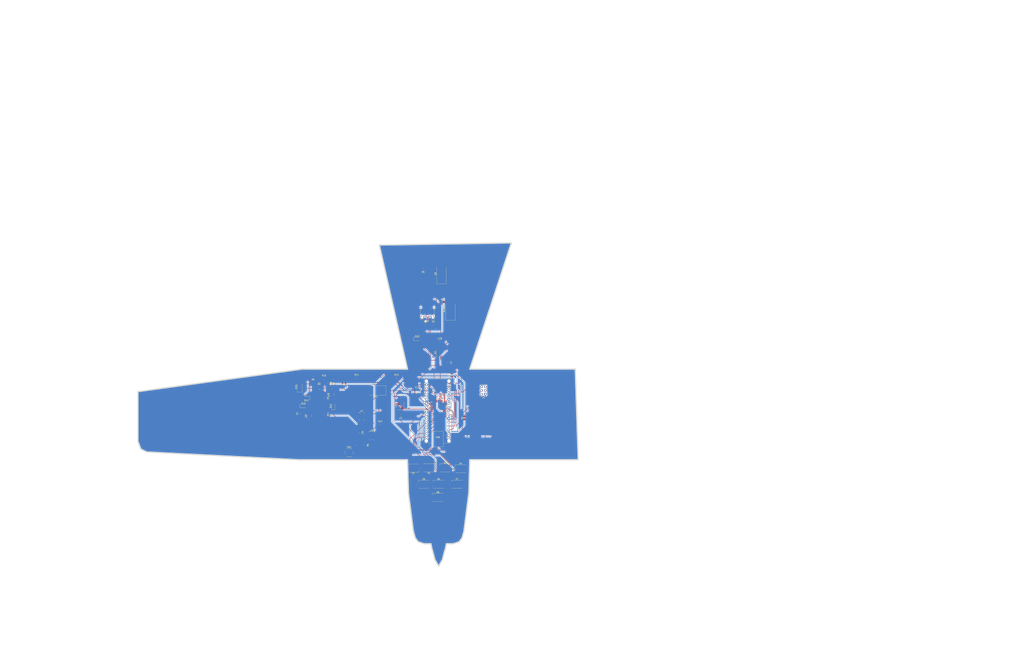
<source format=kicad_pcb>
(kicad_pcb (version 20240108) (generator "pcbnew") (generator_version "8.0")
  (layers (0 "F.Cu" signal) (31 "B.Cu" signal) (34 "B.Paste" user) (35 "F.Paste" user) (36 "B.SilkS" user "B.Silkscreen") (37 "F.SilkS" user "F.Silkscreen") (38 "B.Mask" user) (39 "F.Mask" user) (44 "Edge.Cuts" user))
  (net 0 "")
  (net 1 "VCC")
  (net 2 "Net-(U1-XTAL1{slash}PB6)")
  (net 3 "GND")
  (net 4 "Net-(U1-XTAL2{slash}PB7)")
  (net 5 "D12")
  (net 6 "D13")
  (net 7 "/RESET")
  (net 8 "D11")
  (net 9 "D0")
  (net 10 "A4")
  (net 11 "D5")
  (net 12 "D7")
  (net 13 "A2")
  (net 14 "D9")
  (net 15 "D2")
  (net 16 "A1")
  (net 17 "A0")
  (net 18 "A7")
  (net 19 "D1")
  (net 20 "D8")
  (net 21 "A5")
  (net 22 "A3")
  (net 23 "D4")
  (net 24 "D6")
  (net 25 "A6")
  (net 26 "D10")
  (net 27 "D3")
  (net 28 "AREF")
  (net 29 "Net-(U3-~{RTS})")
  (net 30 "VS")
  (net 31 "VDD")
  (net 48 "VBUS")
  (net 49 "Net-(D10-A)")
  (net 50 "Net-(D11-A)")
  (net 51 "Net-(J2-CC2)")
  (net 52 "/UD+")
  (net 57 "/UD-")
  (net 60 "Net-(J2-CC1)")
  (net 61 "Net-(U2-~{CS})")
  (net 70 "Vdrive")
  (net 71 "/USB_P")
  (net 72 "Net-(D14-A)")
  (net 73 "Net-(D14-K)")
  (net 74 "Net-(D15-K)")
  (net 75 "+BATT")
  (net 76 "Net-(U5-PROG)")
  (net 77 "Net-(U7-CSB-Pad4)")
  (footprint "Connector_USB:USB_C_Receptacle_Amphenol_12401548E4-2A" (layer "F.Cu") (at 157.5 64 180)
    (property "Reference" "J2")
    (property "Value" "USB_C_Receptacle_USB2.0_16P" (hide yes))
  )
  (footprint "Resistor_SMD:R_0805_2012Metric_Pad1.20x1.40mm_HandSolder" (layer "F.Cu") (at 125.5 140)
    (property "Reference" "R12")
    (property "Value" "4.7k")
  )
  (footprint "Capacitor_SMD:C_0805_2012Metric_Pad1.18x1.45mm_HandSolder" (layer "F.Cu") (at 173.9625 107 90)
    (property "Reference" "C8")
    (property "Value" "1 uF")
  )
  (footprint "LED_SMD:LED_WS2812_PLCC6_5.0x5.0mm_P1.6mm" (layer "F.Cu") (at 169.5 169.9)
    (property "Reference" "D3")
    (property "Value" "NeoPixel_THT")
  )
  (footprint "Diode_SMD:D_SMC_Handsoldering" (layer "F.Cu") (at 122.5 117.5 180)
    (property "Reference" "D11")
    (property "Value" "GREEN")
  )
  (footprint "Diode_SMD:D_1206_3216Metric_Pad1.42x1.75mm_HandSolder" (layer "F.Cu") (at 150.5125 82.5)
    (property "Reference" "D13")
    (property "Value" "LED")
  )
  (footprint "LED_SMD:LED_WS2812_PLCC6_5.0x5.0mm_P1.6mm" (layer "F.Cu") (at 180.05 170.4)
    (property "Reference" "D4")
    (property "Value" "NeoPixel_THT")
  )
  (footprint "Capacitor_SMD:C_0805_2012Metric_Pad1.18x1.45mm_HandSolder" (layer "F.Cu") (at 88.5 122.5 -90)
    (property "Reference" "C5")
    (property "Value" "1 uF")
  )
  (footprint "LED_SMD:LED_WS2812_PLCC6_5.0x5.0mm_P1.6mm" (layer "F.Cu") (at 158.5 169.9 180)
    (property "Reference" "D2")
    (property "Value" "NeoPixel_THT")
  )
  (footprint "Diode_SMD:D_SMC_Handsoldering" (layer "F.Cu") (at 167 38.4 90)
    (property "Reference" "D9")
    (property "Value" "C8678")
  )
  (footprint "Crystal:Crystal_SMD_3225-4Pin_3.2x2.5mm_HandSoldering" (layer "F.Cu") (at 139.35 127.95 90)
    (property "Reference" "Y1")
    (property "Value" "Crystal_GND24")
  )
  (footprint "Capacitor_SMD:C_0805_2012Metric_Pad1.18x1.45mm_HandSolder" (layer "F.Cu") (at 139.5375 134.5 180)
    (property "Reference" "C4")
    (property "Value" "12pF")
  )
  (footprint "Resistor_SMD:R_0805_2012Metric_Pad1.20x1.40mm_HandSolder" (layer "F.Cu") (at 182.5 136 90)
    (property "Reference" "R1")
    (property "Value" "100k")
  )
  (footprint "LED_SMD:LED_WS2812_PLCC6_5.0x5.0mm_P1.6mm" (layer "F.Cu") (at 155.05 181)
    (property "Reference" "D5")
    (property "Value" "NeoPixel_THT")
  )
  (footprint "LED_SMD:LED_WS2812_PLCC6_5.0x5.0mm_P1.6mm" (layer "F.Cu") (at 148 170 180)
    (property "Reference" "D1")
    (property "Value" "NeoPixel_THT")
  )
  (footprint "Resistor_SMD:R_0805_2012Metric_Pad1.20x1.40mm_HandSolder" (layer "F.Cu") (at 115.5 154.5 -90)
    (property "Reference" "R6")
    (property "Value" "10k")
  )
  (footprint "Package_QFP:TQFP-32_7x7mm_P0.8mm" (layer "F.Cu") (at 164.5 129)
    (property "Reference" "U1")
    (property "Value" "ATmega328P-A")
  )
  (footprint "Package_LGA:LGA-8_3x5mm_P1.25mm" (layer "F.Cu") (at 113 135)
    (property "Reference" "U7")
    (property "Value" "MS5607-02BA")
  )
  (footprint "Module:Arduino_Nano_WithMountingHoles" (layer "F.Cu") (at 156.76 113.56)
    (property "Reference" "A1")
    (property "Value" "Arduino_Nano_v3.x")
  )
  (footprint "Resistor_SMD:R_0805_2012Metric_Pad1.20x1.40mm_HandSolder" (layer "F.Cu") (at 167.5 57.5)
    (property "Reference" "R5")
    (property "Value" "330R")
  )
  (footprint "Resistor_SMD:R_0805_2012Metric_Pad1.20x1.40mm_HandSolder" (layer "F.Cu") (at 71 133 90)
    (property "Reference" "R7")
    (property "Value" "1k5")
  )
  (footprint "Button_Switch_SMD:SW_Push_1P1T_XKB_TS-1187A" (layer "F.Cu") (at 104.5 159.5)
    (property "Reference" "SW1")
    (property "Value" "SW_SPST")
  )
  (footprint "Capacitor_SMD:C_0805_2012Metric_Pad1.18x1.45mm_HandSolder" (layer "F.Cu") (at 139.5 122)
    (property "Reference" "C3")
    (property "Value" "12pF")
  )
  (footprint "Package_TO_SOT_SMD:TSOT-23-5" (layer "F.Cu") (at 77.45 134.6375 90)
    (property "Reference" "U5")
    (property "Value" "TP4057")
  )
  (footprint "Resistor_SMD:R_0805_2012Metric_Pad1.20x1.40mm_HandSolder" (layer "F.Cu") (at 156 72.5)
    (property "Reference" "R3")
    (property "Value" "5k1")
  )
  (footprint "Resistor_SMD:R_0805_2012Metric_Pad1.20x1.40mm_HandSolder" (layer "F.Cu") (at 161.5 72.5)
    (property "Reference" "R2")
    (property "Value" "5k1")
  )
  (footprint "Diode_SMD:D_1206_3216Metric_Pad1.42x1.75mm_HandSolder" (layer "F.Cu") (at 93.72 128.0125 90)
    (property "Reference" "D12")
    (property "Value" "LED")
  )
  (footprint "Diode_SMD:D_SMC_Handsoldering" (layer "F.Cu") (at 173 63 90)
    (property "Reference" "D10")
    (property "Value" "YELLOW")
  )
  (footprint "LED_SMD:LED_WS2812_PLCC6_5.0x5.0mm_P1.6mm" (layer "F.Cu") (at 165 181)
    (property "Reference" "D6")
    (property "Value" "NeoPixel_THT")
  )
  (footprint "Capacitor_SMD:C_0805_2012Metric_Pad1.18x1.45mm_HandSolder" (layer "F.Cu") (at 94 111 180)
    (property "Reference" "C11")
    (property "Value" "1 uF")
  )
  (footprint "Resistor_SMD:R_0805_2012Metric_Pad1.20x1.40mm_HandSolder" (layer "F.Cu") (at 80 108.5 180)
    (property "Reference" "R9")
    (property "Value" "1k")
  )
  (footprint "Capacitor_SMD:C_0805_2012Metric_Pad1.18x1.45mm_HandSolder" (layer "F.Cu") (at 149.9625 117)
    (property "Reference" "C1")
    (property "Value" "100 nF")
  )
  (footprint "Package_SO:SOP-8_3.9x4.9mm_P1.27mm" (layer "F.Cu") (at 166 92 90)
    (property "Reference" "U3")
    (property "Value" "CH340N")
  )
  (footprint "LED_SMD:LED_WS2812_PLCC6_5.0x5.0mm_P1.6mm" (layer "F.Cu") (at 164.5 189.9)
    (property "Reference" "D8")
    (property "Value" "NeoPixel_THT")
  )
  (footprint "Capacitor_SMD:C_0805_2012Metric_Pad1.18x1.45mm_HandSolder" (layer "F.Cu") (at 150 120.5)
    (property "Reference" "C2")
    (property "Value" "100 nF")
  )
  (footprint "Resistor_SMD:R_0805_2012Metric_Pad1.20x1.40mm_HandSolder" (layer "F.Cu") (at 88.5 133.5 -90)
    (property "Reference" "R11")
    (property "Value" "4.7k")
  )
  (footprint "Connector_PinHeader_2.54mm:PinHeader_2x03_P2.54mm_Vertical" (layer "F.Cu") (at 196.725 119.975 180)
    (property "Reference" "J1")
    (property "Value" "Conn_02x03_Odd_Even")
  )
  (footprint "Resistor_SMD:R_0805_2012Metric_Pad1.20x1.40mm_HandSolder" (layer "F.Cu") (at 90.5 112.5 -90)
    (property "Reference" "R8")
    (property "Value" "4k7")
  )
  (footprint "Diode_SMD:D_1206_3216Metric_Pad1.42x1.75mm_HandSolder" (layer "F.Cu") (at 75.5 122.5 180)
    (property "Reference" "D14")
    (property "Value" "RED")
  )
  (footprint "LED_SMD:LED_WS2812_PLCC6_5.0x5.0mm_P1.6mm" (layer "F.Cu") (at 177.55 180.9)
    (property "Reference" "D7")
    (property "Value" "NeoPixel_THT")
  )
  (footprint "Resistor_SMD:R_0805_2012Metric_Pad1.20x1.40mm_HandSolder" (layer "F.Cu") (at 101 112 180)
    (property "Reference" "R4")
    (property "Value" "330R")
  )
  (footprint "Package_TO_SOT_SMD:SOT-23-3" (layer "F.Cu") (at 92.6375 120.05 90)
    (property "Reference" "U6")
    (property "Value" "XC6206PxxxMR")
  )
  (footprint "Capacitor_SMD:C_0805_2012Metric_Pad1.18x1.45mm_HandSolder" (layer "F.Cu") (at 112 146 -90)
    (property "Reference" "C9")
    (property "Value" "0.1 uF")
  )
  (footprint "Diode_SMD:D_1206_3216Metric_Pad1.42x1.75mm_HandSolder" (layer "F.Cu") (at 73.5 128)
    (property "Reference" "D15")
    (property "Value" "GREEN")
  )
  (footprint "Resistor_SMD:R_0805_2012Metric_Pad1.20x1.40mm_HandSolder" (layer "F.Cu") (at 87.5 109)
    (property "Reference" "R10")
    (property "Value" "10k")
  )
  (footprint "Package_LGA:LGA-14_3x5mm_P0.8mm_LayoutBorder1x6y" (layer "F.Cu") (at 119.5 148.1)
    (property "Reference" "U2")
    (property "Value" "ADXL343")
  )
  (footprint "Diode_SMD:D_SMA" (layer "F.Cu") (at 71 115 90)
    (property "Reference" "D16")
    (property "Value" "C8678")
  )
  (footprint "Capacitor_SMD:C_0805_2012Metric_Pad1.18x1.45mm_HandSolder" (layer "F.Cu") (at 154.5 35.5 180)
    (property "Reference" "C6")
    (property "Value" "100 nF")
  )
  (footprint "Resistor_SMD:R_0805_2012Metric_Pad1.20x1.40mm_HandSolder" (layer "F.Cu") (at 109.5 108.5)
    (property "Reference" "R14")
    (property "Value" "1k")
  )
  (footprint "Capacitor_SMD:C_0805_2012Metric_Pad1.18x1.45mm_HandSolder" (layer "F.Cu") (at 166 84)
    (property "Reference" "C10")
    (property "Value" "100 nF")
  )
  (footprint "Package_TO_SOT_SMD:SOT-23" (layer "F.Cu") (at 84.4375 115.05)
    (property "Reference" "Q1")
    (property "Value" "AO3401A")
  )
  (footprint "Capacitor_SMD:C_0805_2012Metric_Pad1.18x1.45mm_HandSolder" (layer "F.Cu") (at 172 98.5 -90)
    (property "Reference" "C7")
    (property "Value" "100 nF")
  )
  (footprint "Resistor_SMD:R_0805_2012Metric_Pad1.20x1.40mm_HandSolder" (layer "F.Cu") (at 136.5 108.5)
    (property "Reference" "R13")
    (property "Value" "1k")
  )
  (gr_poly (pts (xy 186.236984 102.929542) (xy 257.674476 102.929542) (xy 259.658844 164.44516) (xy 186.236984 164.44516) (xy 185.575516 186.934726) (xy 182.26823 212.731617) (xy 180.945332 217.36182) (xy 178.960926 220.007656) (xy 174.992191 221.330555) (xy 170.361969 221.330555) (xy 169.700539 224.637859) (xy 169.039051 226.622226) (xy 167.716152 231.913936) (xy 165.070316 236.544101) (xy 162.42448 231.913936) (xy 161.101563 226.622226) (xy 160.440094 224.637859) (xy 159.778664 221.330555) (xy 155.148441 221.330555) (xy 151.179688 220.007656) (xy 149.19532 217.36182) (xy 147.872402 212.731617) (xy 144.565098 186.934726) (xy 143.903648 164.44516) (xy 70.481779 164.44516) (xy -32.70572 159.153507) (xy -36.674469 157.169101) (xy -38.658844 151.877449) (xy -38.658844 118.143089) (xy 72.466156 102.929542) (xy 143.903648 102.929542) (xy 124.820587 18.891256) (xy 214.395267 17.4559)) (stroke (width 0.6) (color 0 20 170 1)) (fill none) (layer "Edge.Cuts"))
  (segment (start 126.5 140) (end 126.5 150.5) (width 0.3) (layer "F.Cu") (net 1))
  (segment (start 166.5 78.5) (end 164.9625 80.0375) (width 0.3) (layer "F.Cu") (net 1))
  (segment (start 161.55 130.2) (end 160.25 130.2) (width 0.5) (layer "F.Cu") (net 1))
  (segment (start 109.625 161.375) (end 115.5 155.5) (width 0.3) (layer "F.Cu") (net 1))
  (segment (start 88.5 131.5) (end 90 130) (width 0.3) (layer "F.Cu") (net 1))
  (segment (start 147 117) (end 146.5 116.5) (width 0.5) (layer "F.Cu") (net 1))
  (segment (start 151.0375 121.0375) (end 153 123) (width 0.5) (layer "F.Cu") (net 1))
  (segment (start 162 129.75) (end 161.55 130.2) (width 0.5) (layer "F.Cu") (net 1))
  (segment (start 115.5 155.5) (end 90 130) (width 0.3) (layer "F.Cu") (net 1))
  (segment (start 90 130) (end 90 127) (width 0.3) (layer "F.Cu") (net 1))
  (segment (start 88.5 132.5) (end 88.5 131.5) (width 0.3) (layer "F.Cu") (net 1))
  (segment (start 97.775 117) (end 98.5 117) (width 0.3) (layer "F.Cu") (net 1))
  (segment (start 126.5 133.5) (end 126.5 140) (width 0.3) (layer "F.Cu") (net 1))
  (segment (start 102 114) (end 102 112) (width 0.3) (layer "F.Cu") (net 1))
  (segment (start 170 135.25) (end 169.25 136) (width 0.3) (layer "F.Cu") (net 1))
  (segment (start 182.5 134) (end 181.33 132.83) (width 0.3) (layer "F.Cu") (net 1))
  (segment (start 168.75 131) (end 169.85 131) (width 0.3) (layer "F.Cu") (net 1))
  (segment (start 162 129.05) (end 162 129.75) (width 0.5) (layer "F.Cu") (net 1))
  (segment (start 105.5 108.5) (end 102 112) (width 0.3) (layer "F.Cu") (net 1))
  (segment (start 155.5375 53.9625) (end 155.5 54) (width 0.3) (layer "F.Cu") (net 1))
  (segment (start 148.925 117) (end 151 117) (width 0.5) (layer "F.Cu") (net 1))
  (segment (start 164.095 91.405) (end 160.5 95) (width 0.3) (layer "F.Cu") (net 1))
  (segment (start 164.9625 80.0375) (end 164.9625 84) (width 0.3) (layer "F.Cu") (net 1))
  (segment (start 93.5875 123.4125) (end 93.5875 121.1875) (width 0.3) (layer "F.Cu") (net 1))
  (segment (start 108.5 108.5) (end 105.5 108.5) (width 0.3) (layer "F.Cu") (net 1))
  (segment (start 164.9625 84) (end 164.095 84.8675) (width 0.3) (layer "F.Cu") (net 1))
  (segment (start 95.0375 115.0375) (end 97.3875 117.3875) (width 0.3) (layer "F.Cu") (net 1))
  (segment (start 170 131.15) (end 170 135.25) (width 0.3) (layer "F.Cu") (net 1))
  (segment (start 160.5 54) (end 162 55.5) (width 0.3) (layer "F.Cu") (net 1))
  (segment (start 125.5 132.5) (end 126.5 133.5) (width 0.3) (layer "F.Cu") (net 1))
  (segment (start 97.3875 117.3875) (end 97.775 117) (width 0.3) (layer "F.Cu") (net 1))
  (segment (start 135.5 108.5) (end 135.5 110) (width 0.3) (layer "F.Cu") (net 1))
  (segment (start 161.55 128.6) (end 162 129.05) (width 0.5) (layer "F.Cu") (net 1))
  (segment (start 95.0375 111) (end 95.0375 115.0375) (width 0.3) (layer "F.Cu") (net 1))
  (segment (start 151.5 116.5) (end 151 117) (width 0.3) (layer "F.Cu") (net 1))
  (segment (start 181 146) (end 180 146) (width 0.3) (layer "F.Cu") (net 1))
  (segment (start 151.0375 120.5) (end 148.9625 120.5) (width 0.5) (layer "F.Cu") (net 1))
  (segment (start 169.25 136) (end 169.25 145.5) (width 0.3) (layer "F.Cu") (net 1))
  (segment (start 148.925 117) (end 148.925 120.4625) (width 0.5) (layer "F.Cu") (net 1))
  (segment (start 159 103) (end 152 110) (width 0.3) (layer "F.Cu") (net 1))
  (segment (start 181.33 132.83) (end 181 133.16) (width 0.3) (layer "F.Cu") (net 1))
  (segment (start 135.5 110) (end 137.5 112) (width 0.3) (layer "F.Cu") (net 1))
  (segment (start 113.95 131) (end 123 131) (width 0.3) (layer "F.Cu") (net 1))
  (segment (start 103 115) (end 102 114) (width 0.3) (layer "F.Cu") (net 1))
  (segment (start 152 110) (end 152 112.5) (width 0.3) (layer "F.Cu") (net 1))
  (segment (start 93.5875 121.1875) (end 97.3875 117.3875) (width 0.3) (layer "F.Cu") (net 1))
  (segment (start 182.5 135) (end 182.5 134) (width 0.3) (layer "F.Cu") (net 1))
  (segment (start 166.5 57.5) (end 166.5 78.5) (width 0.3) (layer "F.Cu") (net 1))
  (segment (start 148.925 117) (end 147 117) (width 0.5) (layer "F.Cu") (net 1))
  (segment (start 182.5 135) (end 182.5 137) (width 0.3) (layer "F.Cu") (net 1))
  (segment (start 170.33 146.58) (end 172 146.58) (width 0.3) (layer "F.Cu") (net 1))
  (segment (start 90 127) (end 93.5875 123.4125) (width 0.3) (layer "F.Cu") (net 1))
  (segment (start 111.7 133.25) (end 113.95 131) (width 0.3) (layer "F.Cu") (net 1))
  (segment (start 164.095 89.375) (end 164.095 91.405) (width 0.3) (layer "F.Cu") (net 1))
  (segment (start 125.5 131) (end 125.5 132.5) (width 0.3) (layer "F.Cu") (net 1))
  (segment (start 169.85 131) (end 170 131.15) (width 0.3) (layer "F.Cu") (net 1))
  (segment (start 141 115) (end 138 112) (width 0.5) (layer "F.Cu") (net 1))
  (segment (start 101.5 161.375) (end 107.5 161.375) (width 0.3) (layer "F.Cu") (net 1))
  (segment (start 194.185 119.975) (end 181.33 132.83) (width 0.3) (layer "F.Cu") (net 1))
  (segment (start 181 133.16) (end 181 146) (width 0.3) (layer "F.Cu") (net 1))
  (segment (start 107.5 161.375) (end 109.625 161.375) (width 0.3) (layer "F.Cu") (net 1))
  (segment (start 180 146) (end 179.42 146.58) (width 0.3) (layer "F.Cu") (net 1))
  (segment (start 179.42 146.58) (end 172 146.58) (width 0.3) (layer "F.Cu") (net 1))
  (segment (start 121.5 155.5) (end 115.5 155.5) (width 0.3) (layer "F.Cu") (net 1))
  (segment (start 169.25 145.5) (end 170.33 146.58) (width 0.3) (layer "F.Cu") (net 1))
  (segment (start 160.25 128.6) (end 161.55 128.6) (width 0.5) (layer "F.Cu") (net 1))
  (segment (start 155.5375 35.5) (end 155.5375 53.9625) (width 0.3) (layer "F.Cu") (net 1))
  (segment (start 153 116.5) (end 151.5 116.5) (width 0.3) (layer "F.Cu") (net 1))
  (segment (start 126.5 150.5) (end 121.5 155.5) (width 0.3) (layer "F.Cu") (net 1))
  (segment (start 155.5 54) (end 160.5 54) (width 0.3) (layer "F.Cu") (net 1))
  (segment (start 138 112) (end 137.5 112) (width 0.5) (layer "F.Cu") (net 1))
  (segment (start 137.5 112) (end 102 112) (width 0.5) (layer "F.Cu") (net 1))
  (segment (start 165 57.5) (end 166.5 57.5) (width 0.3) (layer "F.Cu") (net 1))
  (segment (start 164.095 84.8675) (end 164.095 89.375) (width 0.3) (layer "F.Cu") (net 1))
  (segment (start 148.925 120.4625) (end 148.9625 120.5) (width 0.5) (layer "F.Cu") (net 1))
  (segment (start 151.0375 120.5) (end 151.0375 121.0375) (width 0.5) (layer "F.Cu") (net 1))
  (via (at 159 103) (size 0.6) (drill 0.3) (layers "F.Cu" "B.Cu") (net 1))
  (via (at 160.25 128.6) (size 0.6) (drill 0.3) (layers "F.Cu" "B.Cu") (net 1))
  (via (at 146.5 116.5) (size 0.6) (drill 0.3) (layers "F.Cu" "B.Cu") (net 1))
  (via (at 153 116.5) (size 0.6) (drill 0.3) (layers "F.Cu" "B.Cu") (net 1))
  (via (at 160.5 95) (size 0.6) (drill 0.3) (layers "F.Cu" "B.Cu") (net 1))
  (via (at 152 112.5) (size 0.6) (drill 0.3) (layers "F.Cu" "B.Cu") (net 1))
  (via (at 165 57.5) (size 0.6) (drill 0.3) (layers "F.Cu" "B.Cu") (net 1))
  (via (at 98.5 117) (size 0.6) (drill 0.3) (layers "F.Cu" "B.Cu") (net 1))
  (via (at 162 55.5) (size 0.6) (drill 0.3) (layers "F.Cu" "B.Cu") (net 1))
  (via (at 153 123) (size 0.6) (drill 0.3) (layers "F.Cu" "B.Cu") (net 1))
  (via (at 141 115) (size 0.6) (drill 0.3) (layers "F.Cu" "B.Cu") (net 1))
  (via (at 123 131) (size 0.6) (drill 0.3) (layers "F.Cu" "B.Cu") (net 1))
  (via (at 103 115) (size 0.6) (drill 0.3) (layers "F.Cu" "B.Cu") (net 1))
  (via (at 125.5 131) (size 0.6) (drill 0.3) (layers "F.Cu" "B.Cu") (net 1))
  (segment (start 152 115.5) (end 153 116.5) (width 0.3) (layer "B.Cu") (net 1))
  (segment (start 98.5 117) (end 101 117) (width 0.3) (layer "B.Cu") (net 1))
  (segment (start 146.5 116.5) (end 142.5 116.5) (width 0.5) (layer "B.Cu") (net 1))
  (segment (start 155.01 125.01) (end 157.277767 125.01) (width 0.5) (layer "B.Cu") (net 1))
  (segment (start 157.277767 125.01) (end 160.25 127.982233) (width 0.5) (layer "B.Cu") (net 1))
  (segment (start 142.5 116.5) (end 141 115) (width 0.5) (layer "B.Cu") (net 1))
  (segment (start 153 123) (end 155.01 125.01) (width 0.5) (layer "B.Cu") (net 1))
  (segment (start 163 55.5) (end 165 57.5) (width 0.3) (layer "B.Cu") (net 1))
  (segment (start 160.5 95) (end 160.5 101.5) (width 0.3) (layer "B.Cu") (net 1))
  (segment (start 123 131) (end 125.5 131) (width 0.3) (layer "B.Cu") (net 1))
  (segment (start 162 55.5) (end 163 55.5) (width 0.3) (layer "B.Cu") (net 1))
  (segment (start 160.25 127.982233) (end 160.25 128.6) (width 0.5) (layer "B.Cu") (net 1))
  (segment (start 160.5 101.5) (end 159 103) (width 0.3) (layer "B.Cu") (net 1))
  (segment (start 152 112.5) (end 152 115.5) (width 0.3) (layer "B.Cu") (net 1))
  (segment (start 101 117) (end 103 115) (width 0.3) (layer "B.Cu") (net 1))
  (segment (start 136.5 126.5) (end 136 126) (width 0.3) (layer "F.Cu") (net 2))
  (segment (start 138.2 122.2625) (end 138.4625 122) (width 0.3) (layer "F.Cu") (net 2))
  (segment (start 138.2 126.5) (end 136.5 126.5) (width 0.3) (layer "F.Cu") (net 2))
  (segment (start 138.2 126.5) (end 138.2 122.2625) (width 0.3) (layer "F.Cu") (net 2))
  (via (at 160.25 131) (size 0.6) (drill 0.3) (layers "F.Cu" "B.Cu") (net 2))
  (via (at 136 126) (size 0.6) (drill 0.3) (layers "F.Cu" "B.Cu") (net 2))
  (segment (start 136 126) (end 137 126) (width 0.3) (layer "B.Cu") (net 2))
  (segment (start 141.19 130.19) (end 159.44 130.19) (width 0.3) (layer "B.Cu") (net 2))
  (segment (start 137 126) (end 141.19 130.19) (width 0.3) (layer "B.Cu") (net 2))
  (segment (start 159.44 130.19) (end 160.25 131) (width 0.3) (layer "B.Cu") (net 2))
  (segment (start 140.5 126.65) (end 138.2 128.95) (width 0.3) (layer "F.Cu") (net 3))
  (segment (start 167.0375 82.0375) (end 166.5 81.5) (width 0.3) (layer "F.Cu") (net 3))
  (segment (start 160.25 69.02) (end 160.25 69.6) (width 0.3) (layer "F.Cu") (net 3))
  (segment (start 138.2 128.95) (end 138.2 129.4) (width 0.3) (layer "F.Cu") (net 3))
  (segment (start 91.6875 121.1875) (end 91.6875 121.3125) (width 0.3) (layer "F.Cu") (net 3))
  (segment (start 140.5375 122) (end 140.5375 126.4625) (width 0.3) (layer "F.Cu") (net 3))
  (segment (start 77.45 137.45) (end 77.5 137.5) (width 0.3) (layer "F.Cu") (net 3))
  (segment (start 169.75 128.6) (end 169.85 128.5) (width 0.3) (layer "F.Cu") (net 3))
  (segment (start 76.5 137.5) (end 77.5 137.5) (width 0.3) (layer "F.Cu") (net 3))
  (segment (start 138.5 135) (end 140 136.5) (width 0.3) (layer "F.Cu") (net 3))
  (segment (start 167.05 169.9) (end 164.6 169.9) (width 0.3) (layer "F.Cu") (net 3))
  (segment (start 166.635 96.635) (end 167 97) (width 0.3) (layer "F.Cu") (net 3))
  (segment (start 107.5 157.625) (end 107.5 156) (width 0.3) (layer "F.Cu") (net 3))
  (segment (start 138.5 134.5) (end 138.5 129.7) (width 0.3) (layer "F.Cu") (net 3))
  (segment (start 115 147.0375) (end 118.3625 147.0375) (width 0.3) (layer "F.Cu") (net 3))
  (segment (start 173.9625 108.4625) (end 175 109.5) (width 0.3) (layer "F.Cu") (net 3))
  (segment (start 150.45 170) (end 152.5 170) (width 0.3) (layer "F.Cu") (net 3))
  (segment (start 158.6 129.4) (end 158.5 129.5) (width 0.3) (layer "F.Cu") (net 3))
  (segment (start 77.45 136.275) (end 77.45 137.45) (width 0.3) (layer "F.Cu") (net 3))
  (segment (start 138.5 129.7) (end 138.2 129.4) (width 0.3) (layer "F.Cu") (net 3))
  (segment (start 141.5 122) (end 142 122.5) (width 0.3) (layer "F.Cu") (net 3))
  (segment (start 138.5 134.5) (end 138.5 135) (width 0.3) (layer "F.Cu") (net 3))
  (segment (start 111.7 135.75) (end 109.75 135.75) (width 0.3) (layer "F.Cu") (net 3))
  (segment (start 164.6 169.9) (end 164 170.5) (width 0.3) (layer "F.Cu") (net 3))
  (segment (start 160.95 169.9) (end 160.7 169.9) (width 0.3) (layer "F.Cu") (net 3))
  (segment (start 162.55 181) (end 162.3 181) (width 0.3) (layer "F.Cu") (net 3))
  (segment (start 160.25 129.4) (end 158.6 129.4) (width 0.3) (layer "F.Cu") (net 3))
  (segment (start 154.5 72.5) (end 153.5 71.5) (width 0.3) (layer "F.Cu") (net 3))
  (segment (start 154.68 121.18) (end 154 120.5) (width 0.3) (layer "F.Cu") (net 3))
  (segment (start 152.6 181) (end 150 181) (width 0.3) (layer "F.Cu") (net 3))
  (segment (start 160.25 69.6) (end 160.5 69.85) (width 0.3) (layer "F.Cu") (net 3))
  (segment (start 161 182.3) (end 161 182.5) (width 0.3) (layer "F.Cu") (net 3))
  (segment (start 168.75 128.6) (end 169.75 128.6) (width 0.3) (layer "F.Cu") (net 3))
  (segment (start 175.1 180.9) (end 172.6 180.9) (width 0.3) (layer "F.Cu") (net 3))
  (segment (start 71 132) (end 76.5 137.5) (width 0.3) (layer "F.Cu") (net 3))
  (segment (start 140.5375 122) (end 141.5 122) (width 0.3) (layer "F.Cu") (net 3))
  (segment (start 115 147.0375) (end 115 148) (width 0.3) (layer "F.Cu") (net 3))
  (segment (start 162.5 72.5) (end 162.5 75) (width 0.3) (layer "F.Cu") (net 3))
  (segment (start 118.3625 147.0375) (end 118.5 146.9) (width 0.3) (layer "F.Cu") (net 3))
  (segment (start 162.3 181) (end 161 182.3) (width 0.3) (layer "F.Cu") (net 3))
  (segment (start 162.5 75) (end 163 75.5) (width 0.3) (layer "F.Cu") (net 3))
  (segment (start 101.5 157.625) (end 107.5 157.625) (width 0.3) (layer "F.Cu") (net 3))
  (segment (start 166.635 94.625) (end 166.635 96.635) (width 0.3) (layer "F.Cu") (net 3))
  (segment (start 153.425 54) (end 153.425 55.925) (width 0.3) (layer "F.Cu") (net 3))
  (segment (start 91.6875 121.3125) (end 90 123) (width 0.3) (layer "F.Cu") (net 3))
  (segment (start 140.5 126.5) (end 140.5 126.65) (width 0.3) (layer "F.Cu") (net 3))
  (segment (start 109.75 135.75) (end 109.5 136) (width 0.3) (layer "F.Cu") (net 3))
  (segment (start 153.425 55.925) (end 154 56.5) (width 0.3) (layer "F.Cu") (net 3))
  (segment (start 92.9625 111) (end 92.9625 116.4625) (width 0.3) (layer "F.Cu") (net 3))
  (segment (start 88.5 123.5375) (end 88.5375 123.5375) (width 0.3) (layer "F.Cu") (net 3))
  (segment (start 153.4625 53.9625) (end 153.425 54) (width 0.3) (layer "F.Cu") (net 3))
  (segment (start 88.5 109) (end 90.9625 109) (width 0.3) (layer "F.Cu") (net 3))
  (segment (start 172.6 180.9) (end 172.5 181) (width 0.3) (layer "F.Cu") (net 3))
  (segment (start 177.6 170.4) (end 174.6 170.4) (width 0.3) (layer "F.Cu") (net 3))
  (segment (start 156.76 121.18) (end 154.68 121.18) (width 0.3) (layer "F.Cu") (net 3))
  (segment (start 173.9625 108.0375) (end 173.9625 108.4625) (width 0.3) (layer "F.Cu") (net 3))
  (segment (start 160.7 169.9) (end 158.5 172.1) (width 0.3) (layer "F.Cu") (net 3))
  (segment (start 140.5375 126.4625) (end 140.5 126.5) (width 0.3) (layer "F.Cu") (net 3))
  (segment (start 88.5375 123.5375) (end 89 124) (width 0.3) (layer "F.Cu") (net 3))
  (segment (start 107.5 156) (end 109 154.5) (width 0.3) (layer "F.Cu") (net 3))
  (segment (start 167.0375 84) (end 167.0375 82.0375) (width 0.3) (layer "F.Cu") (net 3))
  (segment (start 90.9625 109) (end 92.9625 111) (width 0.3) (layer "F.Cu") (net 3))
  (segment (start 112 147.0375) (end 115 147.0375) (width 0.3) (layer "F.Cu") (net 3))
  (segment (start 92.9625 116.4625) (end 93 116.5) (width 0.3) (layer "F.Cu") (net 3))
  (segment (start 158.5 172.1) (end 158.5 173.5) (width 0.3) (layer "F.Cu") (net 3))
  (segment (start 153.4625 35.5) (end 153.4625 53.9625) (width 0.3) (layer "F.Cu") (net 3))
  (segment (start 155 72.5) (end 154.5 72.5) (width 0.3) (layer "F.Cu") (net 3))
  (segment (start 174.6 170.4) (end 174.5 170.5) (width 0.3) (layer "F.Cu") (net 3))
  (via (at 142 122.5) (size 0.6) (drill 0.3) (layers "F.Cu" "B.Cu") (net 3))
  (via (at 109.5 136) (size 0.6) (drill 0.3) (layers "F.Cu" "B.Cu") (net 3))
  (via (at 169.85 128.5) (size 0.6) (drill 0.3) (layers "F.Cu" "B.Cu") (net 3))
  (via (at 91.6875 121.1875) (size 0.6) (drill 0.3) (layers "F.Cu" "B.Cu") (net 3))
  (via (at 140 136.5) (size 0.6) (drill 0.3) (layers "F.Cu" "B.Cu") (net 3))
  (via (at 164 170.5) (size 0.6) (drill 0.3) (layers "F.Cu" "B.Cu") (net 3))
  (via (at 153.5 71.5) (size 0.6) (drill 0.3) (layers "F.Cu" "B.Cu") (net 3))
  (via (at 166.5 81.5) (size 0.6) (drill 0.3) (layers "F.Cu" "B.Cu") (net 3))
  (via (at 93 116.5) (size 0.6) (drill 0.3) (layers "F.Cu" "B.Cu") (net 3))
  (via (at 109 154.5) (size 0.6) (drill 0.3) (layers "F.Cu" "B.Cu") (net 3))
  (via (at 172.5 181) (size 0.6) (drill 0.3) (layers "F.Cu" "B.Cu") (net 3))
  (via (at 89 124) (size 0.6) (drill 0.3) (layers "F.Cu" "B.Cu") (net 3))
  (via (at 174.5 170.5) (size 0.6) (drill 0.3) (layers "F.Cu" "B.Cu") (net 3))
  (via (at 163 75.5) (size 0.6) (drill 0.3) (layers "F.Cu" "B.Cu") (net 3))
  (via (at 77.5 137.5) (size 0.6) (drill 0.3) (layers "F.Cu" "B.Cu") (net 3))
  (via (at 115 148) (size 0.6) (drill 0.3) (layers "F.Cu" "B.Cu") (net 3))
  (via (at 161 182.5) (size 0.6) (drill 0.3) (layers "F.Cu" "B.Cu") (net 3))
  (via (at 158.5 129.5) (size 0.6) (drill 0.3) (layers "F.Cu" "B.Cu") (net 3))
  (via (at 154 56.5) (size 0.6) (drill 0.3) (layers "F.Cu" "B.Cu") (net 3))
  (via (at 152.5 170) (size 0.6) (drill 0.3) (layers "F.Cu" "B.Cu") (net 3))
  (via (at 90 123) (size 0.6) (drill 0.3) (layers "F.Cu" "B.Cu") (net 3))
  (via (at 154 120.5) (size 0.6) (drill 0.3) (layers "F.Cu" "B.Cu") (net 3))
  (via (at 160.5 69.85) (size 0.6) (drill 0.3) (layers "F.Cu" "B.Cu") (net 3))
  (via (at 150 181) (size 0.6) (drill 0.3) (layers "F.Cu" "B.Cu") (net 3))
  (via (at 167 97) (size 0.6) (drill 0.3) (layers "F.Cu" "B.Cu") (net 3))
  (via (at 175 109.5) (size 0.6) (drill 0.3) (layers "F.Cu" "B.Cu") (net 3))
  (via (at 158.5 173.5) (size 0.6) (drill 0.3) (layers "F.Cu" "B.Cu") (net 3))
  (segment (start 93 116.5) (end 93 119.875) (width 0.3) (layer "B.Cu") (net 3))
  (segment (start 140 136.5) (end 141.5 136.5) (width 0.3) (layer "B.Cu") (net 3))
  (segment (start 164 170.5) (end 164 172) (width 0.3) (layer "B.Cu") (net 3))
  (segment (start 109.5 136) (end 109 136) (width 0.3) (layer "B.Cu") (net 3))
  (segment (start 77.5 137.5) (end 77.5 138.5) (width 0.3) (layer "B.Cu") (net 3))
  (segment (start 93 119.875) (end 91.6875 121.1875) (width 0.3) (layer "B.Cu") (net 3))
  (segment (start 163 75.5) (end 163 76) (width 0.3) (layer "B.Cu") (net 3))
  (segment (start 158.5 173.5) (end 158.5 174.5) (width 0.3) (layer "B.Cu") (net 3))
  (segment (start 154 56.5) (end 155 56.5) (width 0.3) (layer "B.Cu") (net 3))
  (segment (start 90 123) (end 89 124) (width 0.3) (layer "B.Cu") (net 3))
  (segment (start 152.5 170.5) (end 153 171) (width 0.3) (layer "B.Cu") (net 3))
  (segment (start 163 76) (end 163.5 76.5) (width 0.3) (layer "B.Cu") (net 3))
  (segment (start 109 136) (end 108.5 136.5) (width 0.3) (layer "B.Cu") (net 3))
  (segment (start 154.5 120) (end 154.5 119.5) (width 0.3) (layer "B.Cu") (net 3))
  (segment (start 167 97.5) (end 167.5 98) (width 0.3) (layer "B.Cu") (net 3))
  (segment (start 154 120.5) (end 154.5 120) (width 0.3) (layer "B.Cu") (net 3))
  (segment (start 166.5 81.5) (end 167 81) (width 0.3) (layer "B.Cu") (net 3))
  (segment (start 152.5 170) (end 152.5 170.5) (width 0.3) (layer "B.Cu") (net 3))
  (segment (start 160.5 69.85) (end 160.5 70.5) (width 0.3) (layer "B.Cu") (net 3))
  (segment (start 153.5 71.5) (end 154 71) (width 0.3) (layer "B.Cu") (net 3))
  (segment (start 160.5 70.5) (end 161 71) (width 0.3) (layer "B.Cu") (net 3))
  (segment (start 157.325 130.05) (end 159.075 131.8) (width 0.5) (layer "F.Cu") (net 4))
  (segment (start 141.15 130.05) (end 157.325 130.05) (width 0.5) (layer "F.Cu") (net 4))
  (segment (start 140.575 129.475) (end 140.5 129.4) (width 0.3) (layer "F.Cu") (net 4))
  (segment (start 140.5 129.4) (end 141.15 130.05) (width 0.5) (layer "F.Cu") (net 4))
  (segment (start 159.075 131.8) (end 160.25 131.8) (width 0.5) (layer "F.Cu") (net 4))
  (segment (start 140.575 134.5) (end 140.575 129.475) (width 0.3) (layer "F.Cu") (net 4))
  (segment (start 167.3 133.25) (end 167.3 138.58) (width 0.3) (layer "F.Cu") (net 5))
  (segment (start 149.5 158) (end 149.5 150.5) (width 0.3) (layer "F.Cu") (net 5))
  (segment (start 196.725 157.775) (end 196.5 158) (width 0.3) (layer "F.Cu") (net 5))
  (segment (start 150.88 149.12) (end 156.76 149.12) (width 0.3) (layer "F.Cu") (net 5))
  (segment (start 196.725 119.975) (end 196.725 157.775) (width 0.3) (layer "F.Cu") (net 5))
  (segment (start 196.5 158) (end 149.5 158) (width 0.3) (layer "F.Cu") (net 5))
  (segment (start 149.5 150.5) (end 150.88 149.12) (width 0.3) (layer "F.Cu") (net 5))
  (segment (start 167.3 138.58) (end 156.76 149.12) (width 0.3) (layer "F.Cu") (net 5))
  (segment (start 183.5 148.5) (end 182.88 149.12) (width 0.3) (layer "F.Cu") (net 6))
  (segment (start 168.75 145.87) (end 172 149.12) (width 0.3) (layer "F.Cu") (net 6))
  (segment (start 196.725 117.435) (end 198.935 117.435) (width 0.3) (layer "F.Cu") (net 6))
  (segment (start 199 117.5) (end 199 118) (width 0.3) (layer "F.Cu") (net 6))
  (segment (start 199 118) (end 200 119) (width 0.3) (layer "F.Cu") (net 6))
  (segment (start 198.935 117.435) (end 199 117.5) (width 0.3) (layer "F.Cu") (net 6))
  (segment (start 168.75 131.8) (end 168.75 145.87) (width 0.3) (layer "F.Cu") (net 6))
  (segment (start 182.88 149.12) (end 172 149.12) (width 0.3) (layer "F.Cu") (net 6))
  (segment (start 200 119) (end 200 148.5) (width 0.3) (layer "F.Cu") (net 6))
  (segment (start 194.5 148.5) (end 185.5 148.5) (width 0.3) (layer "F.Cu") (net 6))
  (via (at 194.5 148.5) (size 0.6) (drill 0.3) (layers "F.Cu" "B.Cu") (net 6))
  (via (at 183.5 148.5) (size 0.6) (drill 0.3) (layers "F.Cu" "B.Cu") (net 6))
  (via (at 200 148.5) (size 0.6) (drill 0.3) (layers "F.Cu" "B.Cu") (net 6))
  (via (at 185.5 148.5) (size 0.6) (drill 0.3) (layers "F.Cu" "B.Cu") (net 6))
  (segment (start 200 148.5) (end 194.5 148.5) (width 0.3) (layer "B.Cu") (net 6))
  (segment (start 185.5 148.5) (end 183.5 148.5) (width 0.3) (layer "B.Cu") (net 6))
  (segment (start 185.5 114.5) (end 181.5 118.5) (width 0.3) (layer "F.Cu") (net 7))
  (segment (start 180.5 118.5) (end 179.5 118.5) (width 0.3) (layer "F.Cu") (net 7))
  (segment (start 200.5 115) (end 200.5 110.5) (width 0.3) (layer "F.Cu") (net 7))
  (segment (start 172 99.5375) (end 180.5 108.0375) (width 0.3) (layer "F.Cu") (net 7))
  (segment (start 181.5 118.5) (end 180.5 118.5) (width 0.3) (layer "F.Cu") (net 7))
  (segment (start 189.5 110.5) (end 185.5 114.5) (width 0.3) (layer "F.Cu") (net 7))
  (segment (start 200.5 110.5) (end 189.5 110.5) (width 0.3) (layer "F.Cu") (net 7))
  (segment (start 200.395 114.895) (end 200.5 115) (width 0.3) (layer "F.Cu") (net 7))
  (segment (start 180.5 108.0375) (end 180.5 118.5) (width 0.3) (layer "F.Cu") (net 7))
  (segment (start 196.725 114.895) (end 200.395 114.895) (width 0.3) (layer "F.Cu") (net 7))
  (via (at 179.5 118.5) (size 0.6) (drill 0.3) (layers "F.Cu" "B.Cu") (net 7))
  (segment (start 179.5 118.5) (end 178.5 118.5) (width 0.3) (layer "B.Cu") (net 7))
  (segment (start 178.5 118.5) (end 178.36 118.64) (width 0.3) (layer "B.Cu") (net 7))
  (segment (start 178.36 118.64) (end 172 118.64) (width 0.3) (layer "B.Cu") (net 7))
  (segment (start 194.185 117.435) (end 184.5 127.12) (width 0.3) (layer "F.Cu") (net 8))
  (segment (start 184.5 131.5) (end 184.5 157) (width 0.3) (layer "F.Cu") (net 8))
  (segment (start 184.5 127.12) (end 184.5 128) (width 0.3) (layer "F.Cu") (net 8))
  (segment (start 150.5 157.5) (end 150.5 151.5) (width 0.3) (layer "F.Cu") (net 8))
  (segment (start 166.5 133.25) (end 166.5 136.84) (width 0.3) (layer "F.Cu") (net 8))
  (segment (start 184 157.5) (end 150.5 157.5) (width 0.3) (layer "F.Cu") (net 8))
  (segment (start 184.5 157) (end 184 157.5) (width 0.3) (layer "F.Cu") (net 8))
  (segment (start 166.5 136.84) (end 156.76 146.58) (width 0.3) (layer "F.Cu") (net 8))
  (segment (start 151.92 146.58) (end 156.76 146.58) (width 0.3) (layer "F.Cu") (net 8))
  (segment (start 150.5 148) (end 151.92 146.58) (width 0.3) (layer "F.Cu") (net 8))
  (via (at 184.5 128) (size 0.6) (drill 0.3) (layers "F.Cu" "B.Cu") (net 8))
  (via (at 184.5 131.5) (size 0.6) (drill 0.3) (layers "F.Cu" "B.Cu") (net 8))
  (via (at 150.5 151.5) (size 0.6) (drill 0.3) (layers "F.Cu" "B.Cu") (net 8))
  (via (at 150.5 148) (size 0.6) (drill 0.3) (layers "F.Cu" "B.Cu") (net 8))
  (segment (start 184.5 128) (end 184.5 131.5) (width 0.3) (layer "B.Cu") (net 8))
  (segment (start 150.5 151.5) (end 150.5 148) (width 0.3) (layer "B.Cu") (net 8))
  (segment (start 163.1 116.1) (end 163.1 115.6) (width 0.3) (layer "F.Cu") (net 9))
  (segment (start 166.635 87.635) (end 166.635 89.375) (width 0.3) (layer "F.Cu") (net 9))
  (segment (start 126.9 117.5) (end 142.5 117.5) (width 0.3) (layer "F.Cu") (net 9))
  (segment (start 93.72 129.5) (end 114.9 129.5) (width 0.3) (layer "F.Cu") (net 9))
  (segment (start 169.5 89) (end 169.5 87.5) (width 0.3) (layer "F.Cu") (net 9))
  (segment (start 163.3 124.75) (end 163.3 116.7) (width 0.3) (layer "F.Cu") (net 9))
  (segment (start 170.5 90.5) (end 170.5 90) (width 0.3) (layer "F.Cu") (net 9))
  (segment (start 166.15 112.55) (end 166.15 100) (width 0.3) (layer "F.Cu") (net 9))
  (segment (start 114.9 129.5) (end 126.9 117.5) (width 0.3) (layer "F.Cu") (net 9))
  (segment (start 166.5 87.5) (end 166.635 87.635) (width 0.3) (layer "F.Cu") (net 9))
  (segment (start 142.5 117.5) (end 145 115) (width 0.3) (layer "F.Cu") (net 9))
  (segment (start 163.1 116.1) (end 156.76 116.1) (width 0.3) (layer "F.Cu") (net 9))
  (segment (start 163.1 115.6) (end 166.15 112.55) (width 0.3) (layer "F.Cu") (net 9))
  (segment (start 169.5 87.5) (end 166.5 87.5) (width 0.3) (layer "F.Cu") (net 9))
  (segment (start 170.5 90) (end 169.5 89) (width 0.3) (layer "F.Cu") (net 9))
  (segment (start 163.5 116.5) (end 163.1 116.1) (width 0.3) (layer "F.Cu") (net 9))
  (segment (start 153 115) (end 154.1 116.1) (width 0.3) (layer "F.Cu") (net 9))
  (segment (start 145 115) (end 153 115) (width 0.3) (layer "F.Cu") (net 9))
  (segment (start 154.1 116.1) (end 156.76 116.1) (width 0.3) (layer "F.Cu") (net 9))
  (segment (start 163.3 116.7) (end 163.5 116.5) (width 0.3) (layer "F.Cu") (net 9))
  (via (at 170.5 90.5) (size 0.6) (drill 0.3) (layers "F.Cu" "B.Cu") (net 9))
  (via (at 166.15 100) (size 0.6) (drill 0.3) (layers "F.Cu" "B.Cu") (net 9))
  (segment (start 166.15 94.85) (end 170.5 90.5) (width 0.3) (layer "B.Cu") (net 9))
  (segment (start 166.15 100) (end 166.15 94.85) (width 0.3) (layer "B.Cu") (net 9))
  (segment (start 109.5 140) (end 120 140) (width 0.3) (layer "F.Cu") (net 10))
  (segment (start 153.5 107) (end 154 106.5) (width 0.3) (layer "F.Cu") (net 10))
  (segment (start 88.5 134.5) (end 92 134.5) (width 0.3) (layer "F.Cu") (net 10))
  (segment (start 119.599999 139.5) (end 120.5 139.5) (width 0.3) (layer "F.Cu") (net 10))
  (segment (start 120 140) (end 120.5 139.5) (width 0.3) (layer "F.Cu") (net 10))
  (segment (start 165.7 124.75) (end 165.7 121.3) (width 0.3) (layer "F.Cu") (net 10))
  (segment (start 128 107) (end 153.5 107) (width 0.3) (layer "F.Cu") (net 10))
  (segment (start 114.599999 134.5) (end 119.599999 139.5) (width 0.3) (layer "F.Cu") (net 10))
  (segment (start 120.5 139.5) (end 121.5 139.5) (width 0.3) (layer "F.Cu") (net 10))
  (segment (start 110.5 108.5) (end 126.5 108.5) (width 0.3) (layer "F.Cu") (net 10))
  (segment (start 176.5 106.5) (end 178.5 108.5) (width 0.3) (layer "F.Cu") (net 10))
  (segment (start 165.7 121.3) (end 166 121) (width 0.3) (layer "F.Cu") (net 10))
  (segment (start 120.5 146.1) (end 120.5 145.5) (width 0.3) (layer "F.Cu") (net 10))
  (segment (start 126.5 108.5) (end 128 107) (width 0.3) (layer "F.Cu") (net 10))
  (segment (start 114 134.5) (end 114.599999 134.5) (width 0.3) (layer "F.Cu") (net 10))
  (segment (start 120.5 145.5) (end 121.5 144.5) (width 0.3) (layer "F.Cu") (net 10))
  (segment (start 178.5 108.5) (end 179 108.5) (width 0.3) (layer "F.Cu") (net 10))
  (via (at 128 107) (size 0.6) (drill 0.3) (layers "F.Cu" "B.Cu") (net 10))
  (via (at 166 121) (size 0.6) (drill 0.3) (layers "F.Cu" "B.Cu") (net 10))
  (via (at 176.5 106.5) (size 0.6) (drill 0.3) (layers "F.Cu" "B.Cu") (net 10))
  (via (at 109.5 140) (size 0.6) (drill 0.3) (layers "F.Cu" "B.Cu") (net 10))
  (via (at 179 108.5) (size 0.6) (drill 0.3) (layers "F.Cu" "B.Cu") (net 10))
  (via (at 121.5 139.5) (size 0.6) (drill 0.3) (layers "F.Cu" "B.Cu") (net 10))
  (via (at 92 134.5) (size 0.6) (drill 0.3) (layers "F.Cu" "B.Cu") (net 10))
  (via (at 154 106.5) (size 0.6) (drill 0.3) (layers "F.Cu" "B.Cu") (net 10))
  (via (at 121.5 144.5) (size 0.6) (drill 0.3) (layers "F.Cu" "B.Cu") (net 10))
  (segment (start 178.207107 145.5) (end 172.546346 145.5) (width 0.3) (layer "B.Cu") (net 10))
  (segment (start 121.5 144.5) (end 121.5 139.5) (width 0.3) (layer "B.Cu") (net 10))
  (segment (start 164 121.5) (end 164 129.5) (width 0.3) (layer "B.Cu") (net 10))
  (segment (start 154 106.5) (end 176.5 106.5) (width 0.3) (layer "B.Cu") (net 10))
  (segment (start 170.35 144.35) (end 170.35 132.99) (width 0.3) (layer "B.Cu") (net 10))
  (segment (start 179 108.5) (end 182.5 112) (width 0.3) (layer "B.Cu") (net 10))
  (segment (start 92 134.5) (end 104 134.5) (width 0.3) (layer "B.Cu") (net 10))
  (segment (start 121.5 113.5) (end 128 107) (width 0.3) (layer "B.Cu") (net 10))
  (segment (start 182.5 141.207107) (end 178.207107 145.5) (width 0.3) (layer "B.Cu") (net 10))
  (segment (start 182.5 112) (end 182.5 141.207107) (width 0.3) (layer "B.Cu") (net 10))
  (segment (start 170.35 132.99) (end 172 131.34) (width 0.3) (layer "B.Cu") (net 10))
  (segment (start 121.5 139.5) (end 121.5 113.5) (width 0.3) (layer "B.Cu") (net 10))
  (segment (start 171.43 145.43) (end 170.35 144.35) (width 0.3) (layer "B.Cu") (net 10))
  (segment (start 166.16 131.34) (end 172 131.34) (width 0.3) (layer "B.Cu") (net 10))
  (segment (start 166 131.5) (end 166.16 131.34) (width 0.3) (layer "B.Cu") (net 10))
  (segment (start 104 134.5) (end 109.5 140) (width 0.3) (layer "B.Cu") (net 10))
  (segment (start 166 121) (end 164.5 121) (width 0.3) (layer "B.Cu") (net 10))
  (segment (start 164 129.5) (end 166 131.5) (width 0.3) (layer "B.Cu") (net 10))
  (segment (start 164.5 121) (end 164 121.5) (width 0.3) (layer "B.Cu") (net 10))
  (segment (start 172.546346 145.5) (end 172.476346 145.43) (width 0.3) (layer "B.Cu") (net 10))
  (segment (start 172.476346 145.43) (end 171.43 145.43) (width 0.3) (layer "B.Cu") (net 10))
  (segment (start 152 136.1) (end 156.76 131.34) (width 0.3) (layer "F.Cu") (net 11))
  (segment (start 167.45 182.6) (end 167.7 182.6) (width 0.3) (layer "F.Cu") (net 11))
  (segment (start 169 176.419239) (end 163 170.419239) (width 0.3) (layer "F.Cu") (net 11))
  (segment (start 163 166.5) (end 156 159.5) (width 0.3) (layer "F.Cu") (net 11))
  (segment (start 163 170) (end 163 166.5) (width 0.3) (layer "F.Cu") (net 11))
  (segment (start 152 141) (end 152 136.1) (width 0.3) (layer "F.Cu") (net 11))
  (segment (start 169 181.3) (end 169 176.419239) (width 0.3) (layer "F.Cu") (net 11))
  (segment (start 167.7 182.6) (end 169 181.3) (width 0.3) (layer "F.Cu") (net 11))
  (segment (start 158.67 133.25) (end 156.76 131.34) (width 0.3) (layer "F.Cu") (net 11))
  (segment (start 161.7 133.25) (end 158.67 133.25) (width 0.3) (layer "F.Cu") (net 11))
  (segment (start 163 170.419239) (end 163 170) (width 0.3) (layer "F.Cu") (net 11))
  (via (at 152 141) (size 0.6) (drill 0.3) (layers "F.Cu" "B.Cu") (net 11))
  (via (at 156 159.5) (size 0.6) (drill 0.3) (layers "F.Cu" "B.Cu") (net 11))
  (segment (start 156 159.5) (end 152 155.5) (width 0.3) (layer "B.Cu") (net 11))
  (segment (start 152 155.5) (end 152 141) (width 0.3) (layer "B.Cu") (net 11))
  (segment (start 164 173) (end 163 172) (width 0.3) (layer "F.Cu") (net 12))
  (segment (start 163.3 133.25) (end 163.3 134.35) (width 0.3) (layer "F.Cu") (net 12))
  (segment (start 167.2 191.5) (end 169.5 189.2) (width 0.3) (layer "F.Cu") (net 12))
  (segment (start 163.3 134.35) (end 161.23 136.42) (width 0.3) (layer "F.Cu") (net 12))
  (segment (start 169.5 189.2) (end 169.5 186.6) (width 0.3) (layer "F.Cu") (net 12))
  (segment (start 161.23 136.42) (end 156.76 136.42) (width 0.3) (layer "F.Cu") (net 12))
  (segment (start 166.95 191.5) (end 167.2 191.5) (width 0.3) (layer "F.Cu") (net 12))
  (segment (start 164 181.1) (end 164 173) (width 0.3) (layer "F.Cu") (net 12))
  (segment (start 169.5 186.6) (end 164 181.1) (width 0.3) (layer "F.Cu") (net 12))
  (via (at 163 172) (size 0.6) (drill 0.3) (layers "F.Cu" "B.Cu") (net 12))
  (segment (start 154.15 137.15) (end 154 137) (width 0.3) (layer "B.Cu") (net 12))
  (segment (start 151.730761 140.35) (end 152.269239 140.35) (width 0.3) (layer "B.Cu") (net 12))
  (segment (start 152.65 140.730761) (end 152.65 150.15) (width 0.3) (layer "B.Cu") (net 12))
  (segment (start 153.15 150.65) (end 153.85 150.65) (width 0.3) (layer "B.Cu") (net 12))
  (segment (start 153.85 150.65) (end 154.15 150.35) (width 0.3) (layer "B.Cu") (net 12))
  (segment (start 155.65 160.15) (end 154.646447 159.146447) (width 0.3) (layer "B.Cu") (net 12))
  (segment (start 154.15 150.35) (end 154.15 137.15) (width 0.3) (layer "B.Cu") (net 12))
  (segment (start 163 172) (end 163 164.080761) (width 0.3) (layer "B.Cu") (net 12))
  (segment (start 154.58 136.42) (end 156.76 136.42) (width 0.3) (layer "B.Cu") (net 12))
  (segment (start 154.646447 159.146447) (end 154.646447 158.853554) (width 0.3) (layer "B.Cu") (net 12))
  (segment (start 151.35 140.730761) (end 151.730761 140.35) (width 0.3) (layer "B.Cu") (net 12))
  (segment (start 151.35 155.557107) (end 151.35 140.730761) (width 0.3) (layer "B.Cu") (net 12))
  (segment (start 154.646447 158.853554) (end 151.35 155.557107) (width 0.3) (layer "B.Cu") (net 12))
  (segment (start 163 164.080761) (end 159.069239 160.15) (width 0.3) (layer "B.Cu") (net 12))
  (segment (start 154 137) (end 154.58 136.42) (width 0.3) (layer "B.Cu") (net 12))
  (segment (start 152.269239 140.35) (end 152.65 140.730761) (width 0.3) (layer "B.Cu") (net 12))
  (segment (start 152.65 150.15) (end 153.15 150.65) (width 0.3) (layer "B.Cu") (net 12))
  (segment (start 159.069239 160.15) (end 155.65 160.15) (width 0.3) (layer "B.Cu") (net 12))
  (segment (start 167.3 122.3) (end 167 122) (width 0.3) (layer "F.Cu") (net 13))
  (segment (start 167.3 124.75) (end 167.3 122.3) (width 0.3) (layer "F.Cu") (net 13))
  (via (at 167 122) (size 0.6) (drill 0.3) (layers "F.Cu" "B.Cu") (net 13))
  (segment (start 175.5 136) (end 175 136) (width 0.3) (layer "B.Cu") (net 13))
  (segment (start 167 122) (end 167.57 122.57) (width 0.3) (layer "B.Cu") (net 13))
  (segment (start 175.5 125.5) (end 175.5 136) (width 0.3) (layer "B.Cu") (net 13))
  (segment (start 172.57 122.57) (end 175.5 125.5) (width 0.3) (layer "B.Cu") (net 13))
  (segment (start 174.58 136.42) (end 172 136.42) (width 0.3) (layer "B.Cu") (net 13))
  (segment (start 175 136) (end 174.58 136.42) (width 0.3) (layer "B.Cu") (net 13))
  (segment (start 167.57 122.57) (end 172.57 122.57) (width 0.3) (layer "B.Cu") (net 13))
  (segment (start 157.75 141.5) (end 156.76 141.5) (width 0.3) (layer "F.Cu") (net 14))
  (segment (start 164.9 134.35) (end 157.75 141.5) (width 0.3) (layer "F.Cu") (net 14))
  (segment (start 164.9 133.25) (end 164.9 134.35) (width 0.3) (layer "F.Cu") (net 14))
  (segment (start 173.5 167.9) (end 165.1 159.5) (width 0.3) (layer "F.Cu") (net 15))
  (segment (start 173.5 170.3) (end 173.5 167.9) (width 0.3) (layer "F.Cu") (net 15))
  (segment (start 165.1 159.5) (end 157 159.5) (width 0.3) (layer "F.Cu") (net 15))
  (segment (start 157.79 124.75) (end 156.76 123.72) (width 0.3) (layer "F.Cu") (net 15))
  (segment (start 161.7 124.75) (end 157.79 124.75) (width 0.3) (layer "F.Cu") (net 15))
  (segment (start 172.3 171.5) (end 173.5 170.3) (width 0.3) (layer "F.Cu") (net 15))
  (segment (start 171.95 171.5) (end 172.3 171.5) (width 0.3) (layer "F.Cu") (net 15))
  (via (at 157 159.5) (size 0.6) (drill 0.3) (layers "F.Cu" "B.Cu") (net 15))
  (segment (start 157 159.5) (end 160.9 155.6) (width 0.3) (layer "B.Cu") (net 15))
  (segment (start 152.35 122.730761) (end 152.730761 122.35) (width 0.3) (layer "B.Cu") (net 15))
  (segment (start 160.9 155.6) (end 160.9 130.730761) (width 0.3) (layer "B.Cu") (net 15))
  (segment (start 152.730761 122.35) (end 155.39 122.35) (width 0.3) (layer "B.Cu") (net 15))
  (segment (start 155.39 122.35) (end 156.76 123.72) (width 0.3) (layer "B.Cu") (net 15))
  (segment (start 160.9 130.730761) (end 157.579239 127.41) (width 0.3) (layer "B.Cu") (net 15))
  (segment (start 157.579239 127.41) (end 156.283654 127.41) (width 0.3) (layer "B.Cu") (net 15))
  (segment (start 152.35 123.476346) (end 152.35 122.730761) (width 0.3) (layer "B.Cu") (net 15))
  (segment (start 156.283654 127.41) (end 152.35 123.476346) (width 0.3) (layer "B.Cu") (net 15))
  (segment (start 172.476346 112.41) (end 177 116.933654) (width 0.3) (layer "F.Cu") (net 16))
  (segment (start 168.75 126.2) (end 168.75 113.75) (width 0.3) (layer "F.Cu") (net 16))
  (segment (start 170.09 112.41) (end 172.476346 112.41) (width 0.3) (layer "F.Cu") (net 16))
  (segment (start 168.75 113.75) (end 170.09 112.41) (width 0.3) (layer "F.Cu") (net 16))
  (segment (start 177 116.933654) (end 177 139) (width 0.3) (layer "F.Cu") (net 16))
  (segment (start 177 139) (end 176.5 139) (width 0.3) (layer "F.Cu") (net 16))
  (segment (start 176.5 139) (end 176.46 138.96) (width 0.3) (layer "F.Cu") (net 16))
  (segment (start 176.46 138.96) (end 172 138.96) (width 0.3) (layer "F.Cu") (net 16))
  (segment (start 169.5 115) (end 169.55 114.95) (width 0.3) (layer "F.Cu") (net 17))
  (segment (start 170 126.85) (end 170 125.5) (width 0.3) (layer "F.Cu") (net 17))
  (segment (start 176 140) (end 176 141.5) (width 0.3) (layer "F.Cu") (net 17))
  (segment (start 176 141.5) (end 172 141.5) (width 0.3) (layer "F.Cu") (net 17))
  (segment (start 169.25 115.25) (end 169.5 115) (width 0.3) (layer "F.Cu") (net 17))
  (segment (start 176 117) (end 176 137.5) (width 0.3) (layer "F.Cu") (net 17))
  (segment (start 170 125.5) (end 169.25 125.5) (width 0.3) (layer "F.Cu") (net 17))
  (segment (start 173.95 114.95) (end 174 115) (width 0.3) (layer "F.Cu") (net 17))
  (segment (start 169.85 127) (end 170 126.85) (width 0.3) (layer "F.Cu") (net 17))
  (segment (start 169.25 125.5) (end 169.25 115.25) (width 0.3) (layer "F.Cu") (net 17))
  (segment (start 169.55 114.95) (end 173.95 114.95) (width 0.3) (layer "F.Cu") (net 17))
  (segment (start 168.75 127) (end 169.85 127) (width 0.3) (layer "F.Cu") (net 17))
  (segment (start 174 115) (end 176 117) (width 0.3) (layer "F.Cu") (net 17))
  (via (at 176 137.5) (size 0.6) (drill 0.3) (layers "F.Cu" "B.Cu") (net 17))
  (via (at 176 140) (size 0.6) (drill 0.3) (layers "F.Cu" "B.Cu") (net 17))
  (segment (start 176 137.5) (end 176 140) (width 0.3) (layer "B.Cu") (net 17))
  (segment (start 170.207107 125) (end 170 125) (width 0.3) (layer "F.Cu") (net 18))
  (segment (start 170.5 127.15) (end 170.5 125.292893) (width 0.3) (layer "F.Cu") (net 18))
  (segment (start 170 125) (end 170 124.5) (width 0.3) (layer "F.Cu") (net 18))
  (segment (start 169.85 127.8) (end 170.5 127.15) (width 0.3) (layer "F.Cu") (net 18))
  (segment (start 168.75 127.8) (end 169.85 127.8) (width 0.3) (layer "F.Cu") (net 18))
  (segment (start 170.5 125.292893) (end 170.207107 125) (width 0.3) (layer "F.Cu") (net 18))
  (segment (start 170 124.5) (end 170.78 123.72) (width 0.3) (layer "F.Cu") (net 18))
  (segment (start 170.78 123.72) (end 172 123.72) (width 0.3) (layer "F.Cu") (net 18))
  (segment (start 165.5 87) (end 165.365 87.135) (width 0.3) (layer "F.Cu") (net 19))
  (segment (start 141 112.5) (end 142.06 113.56) (width 0.3) (layer "F.Cu") (net 19))
  (segment (start 158.56 113.56) (end 156.76 113.56) (width 0.3) (layer "F.Cu") (net 19))
  (segment (start 139 137.5) (end 135.5 137.5) (width 0.3) (layer "F.Cu") (net 19))
  (segment (start 148.5 158) (end 148.5 149) (width 0.3) (layer "F.Cu") (net 19))
  (segment (start 165.365 87.135) (end 165.365 89.375) (width 0.3) (layer "F.Cu") (net 19))
  (segment (start 142.06 113.56) (end 156.76 113.56) (width 0.3) (layer "F.Cu") (net 19))
  (segment (start 156.05 168.3) (end 156.05 165.55) (width 0.3) (layer "F.Cu") (net 19))
  (segment (start 162.5 124.75) (end 162.5 118.5) (width 0.3) (layer "F.Cu") (net 19))
  (segment (start 156.05 165.55) (end 148.5 158) (width 0.3) (layer "F.Cu") (net 19))
  (segment (start 165.365 89.375) (end 165.365 91.342106) (width 0.3) (layer "F.Cu") (net 19))
  (segment (start 169 87) (end 165.5 87) (width 0.3) (layer "F.Cu") (net 19))
  (segment (start 162 102) (end 162 110.12) (width 0.3) (layer "F.Cu") (net 19))
  (segment (start 149.025 82.5) (end 155.5 88.975) (width 0.3) (layer "F.Cu") (net 19))
  (segment (start 173 67.4) (end 173 83) (width 0.3) (layer "F.Cu") (net 19))
  (segment (start 160 115) (end 158.56 113.56) (width 0.3) (layer "F.Cu") (net 19))
  (segment (start 173 83) (end 169 87) (width 0.3) (layer "F.Cu") (net 19))
  (segment (start 162 110.12) (end 158.56 113.56) (width 0.3) (layer "F.Cu") (net 19))
  (segment (start 162.5 118.5) (end 162 118) (width 0.3) (layer "F.Cu") (net 19))
  (segment (start 162 94.707106) (end 162 95.5) (width 0.3) (layer "F.Cu") (net 19))
  (segment (start 135.35 119.15) (end 135.5 119) (width 0.3) (layer "F.Cu") (net 19))
  (segment (start 155.5 88.975) (end 155.5 89.5) (width 0.3) (layer "F.Cu") (net 19))
  (segment (start 135.35 137.35) (end 135.35 119.15) (width 0.3) (layer "F.Cu") (net 19))
  (segment (start 146.5 145) (end 139 137.5) (width 0.3) (layer "F.Cu") (net 19))
  (segment (start 135.5 137.5) (end 135.35 137.35) (width 0.3) (layer "F.Cu") (net 19))
  (segment (start 165.365 91.342106) (end 162 94.707106) (width 0.3) (layer "F.Cu") (net 19))
  (via (at 162 95.5) (size 0.6) (drill 0.3) (layers "F.Cu" "B.Cu") (net 19))
  (via (at 162 118) (size 0.6) (drill 0.3) (layers "F.Cu" "B.Cu") (net 19))
  (via (at 160 115) (size 0.6) (drill 0.3) (layers "F.Cu" "B.Cu") (net 19))
  (via (at 155.5 89.5) (size 0.6) (drill 0.3) (layers "F.Cu" "B.Cu") (net 19))
  (via (at 162 95.5) (size 0.6) (drill 0.3) (layers "F.Cu" "B.Cu") (net 19))
  (via (at 162 102) (size 0.6) (drill 0.3) (layers "F.Cu" "B.Cu") (net 19))
  (via (at 146.5 145) (size 0.6) (drill 0.3) (layers "F.Cu" "B.Cu") (net 19))
  (via (at 135.5 119) (size 0.6) (drill 0.3) (layers "F.Cu" "B.Cu") (net 19))
  (via (at 148.5 149) (size 0.6) (drill 0.3) (layers "F.Cu" "B.Cu") (net 19))
  (via (at 141 112.5) (size 0.6) (drill 0.3) (layers "F.Cu" "B.Cu") (net 19))
  (segment (start 148.5 147) (end 146.5 145) (width 0.3) (layer "B.Cu") (net 19))
  (segment (start 135.5 119) (end 141 113.5) (width 0.3) (layer "B.Cu") (net 19))
  (segment (start 156 89.5) (end 162 95.5) (width 0.3) (layer "B.Cu") (net 19))
  (segment (start 141 113.5) (end 141 112.5) (width 0.3) (layer "B.Cu") (net 19))
  (segment (start 162 118) (end 161.5 117.5) (width 0.3) (layer "B.Cu") (net 19))
  (segment (start 148.5 149) (end 148.5 147) (width 0.3) (layer "B.Cu") (net 19))
  (segment (start 161.5 116.5) (end 160 115) (width 0.3) (layer "B.Cu") (net 19))
  (segment (start 162 95.5) (end 162 102) (width 0.3) (layer "B.Cu") (net 19))
  (segment (start 161.5 117.5) (end 161.5 116.5) (width 0.3) (layer "B.Cu") (net 19))
  (segment (start 155.5 89.5) (end 156 89.5) (width 0.3) (layer "B.Cu") (net 19))
  (segment (start 164.1 133.25) (end 164.1 134.35) (width 0.3) (layer "F.Cu") (net 20))
  (segment (start 159.49 138.96) (end 156.76 138.96) (width 0.3) (layer "F.Cu") (net 20))
  (segment (start 145.55 168.4) (end 145.55 150.17) (width 0.3) (layer "F.Cu") (net 20))
  (segment (start 145.55 150.17) (end 156.76 138.96) (width 0.3) (layer "F.Cu") (net 20))
  (segment (start 164.1 134.35) (end 159.49 138.96) (width 0.3) (layer "F.Cu") (net 20))
  (segment (start 180.5 137.707107) (end 177 141.207107) (width 0.3) (layer "F.Cu") (net 21))
  (segment (start 164.9 124.75) (end 164.9 123.1) (width 0.3) (layer "F.Cu") (net 21))
  (segment (start 179 112.5) (end 179.5 113) (width 0.3) (layer "F.Cu") (net 21))
  (segment (start 177 141.207107) (end 177 142) (width 0.3) (layer "F.Cu") (net 21))
  (segment (start 124.5 140) (end 119.5 145) (width 0.3) (layer "F.Cu") (net 21))
  (segment (start 138.5 108.5) (end 139 108) (width 0.3) (layer "F.Cu") (net 21))
  (segment (start 119.5 145) (end 119.5 146.1) (width 0.3) (layer "F.Cu") (net 21))
  (segment (start 164.9 123.1) (end 165 123) (width 0.3) (layer "F.Cu") (net 21))
  (segment (start 150.5 109.5) (end 151.5 108.5) (width 0.3) (layer "F.Cu") (net 21))
  (segment (start 176 112.5) (end 179 112.5) (width 0.3) (layer "F.Cu") (net 21))
  (segment (start 137.5 108.5) (end 138.5 108.5) (width 0.3) (layer "F.Cu") (net 21))
  (segment (start 180.5 129.5) (end 180.5 137.707107) (width 0.3) (layer "F.Cu") (net 21))
  (segment (start 140.5 109.5) (end 150.5 109.5) (width 0.3) (layer "F.Cu") (net 21))
  (segment (start 124.25 133.25) (end 124.5 133.5) (width 0.3) (layer "F.Cu") (net 21))
  (segment (start 114 133.25) (end 124.25 133.25) (width 0.3) (layer "F.Cu") (net 21))
  (segment (start 124.5 128.5) (end 133.5 119.5) (width 0.3) (layer "F.Cu") (net 21))
  (segment (start 124.5 140) (end 124.5 133.5) (width 0.3) (layer "F.Cu") (net 21))
  (segment (start 124.5 133.5) (end 124.5 128.5) (width 0.3) (layer "F.Cu") (net 21))
  (segment (start 139 108) (end 140.5 109.5) (width 0.3) (layer "F.Cu") (net 21))
  (via (at 177 142) (size 0.6) (drill 0.3) (layers "F.Cu" "B.Cu") (net 21))
  (via (at 176 112.5) (size 0.6) (drill 0.3) (layers "F.Cu" "B.Cu") (net 21))
  (via (at 151.5 108.5) (size 0.6) (drill 0.3) (layers "F.Cu" "B.Cu") (net 21))
  (via (at 133.5 119.5) (size 0.6) (drill 0.3) (layers "F.Cu" "B.Cu") (net 21))
  (via (at 179.5 113) (size 0.6) (drill 0.3) (layers "F.Cu" "B.Cu") (net 21))
  (via (at 180.5 129.5) (size 0.6) (drill 0.3) (layers "F.Cu" "B.Cu") (net 21))
  (via (at 140.5 109.5) (size 0.6) (drill 0.3) (layers "F.Cu" "B.Cu") (net 21))
  (via (at 165 123) (size 0.6) (drill 0.3) (layers "F.Cu" "B.Cu") (net 21))
  (segment (start 176 109.580761) (end 176 112.5) (width 0.3) (layer "B.Cu") (net 21))
  (segment (start 176 136.207107) (end 175.287107 136.92) (width 0.3) (layer "B.Cu") (net 21))
  (segment (start 171.523654 137.57) (end 170.85 136.896346) (width 0.3) (layer "B.Cu") (net 21))
  (segment (start 173.126346 136.92) (end 172.476346 137.57) (width 0.3) (layer "B.Cu") (net 21))
  (segment (start 174.77 131.57) (end 172 128.8) (width 0.3) (layer "B.Cu") (net 21))
  (segment (start 170.85 136.896346) (end 170.85 135.943654) (width 0.3) (layer "B.Cu") (net 21))
  (segment (start 133.5 116.85) (end 140.5 109.85) (width 0.3) (layer "B.Cu") (net 21))
  (segment (start 140.5 109.85) (end 140.5 109.5) (width 0.3) (layer "B.Cu") (net 21))
  (segment (start 167.447106 125) (end 173 125) (width 0.3) (layer "B.Cu") (net 21))
  (segment (start 133.5 119.5) (end 133.5 116.85) (width 0.3) (layer "B.Cu") (net 21))
  (segment (start 180.5 114) (end 180.5 129.5) (width 0.3) (layer "B.Cu") (net 21))
  (segment (start 177 137.207107) (end 176 136.207107) (width 0.3) (layer "B.Cu") (net 21))
  (segment (start 177 142) (end 177 137.207107) (width 0.3) (layer "B.Cu") (net 21))
  (segment (start 165.447106 123) (end 167.447106 125) (width 0.3) (layer "B.Cu") (net 21))
  (segment (start 179.5 113) (end 180.5 114) (width 0.3) (layer "B.Cu") (net 21))
  (segment (start 173.5 125.5) (end 173.5 129) (width 0.3) (layer "B.Cu") (net 21))
  (segment (start 165 123) (end 165.447106 123) (width 0.3) (layer "B.Cu") (net 21))
  (segment (start 171.523654 135.27) (end 174.77 135.27) (width 0.3) (layer "B.Cu") (net 21))
  (segment (start 170.85 135.943654) (end 171.523654 135.27) (width 0.3) (layer "B.Cu") (net 21))
  (segment (start 172.476346 137.57) (end 171.523654 137.57) (width 0.3) (layer "B.Cu") (net 21))
  (segment (start 151.5 108.5) (end 174.919239 108.5) (width 0.3) (layer "B.Cu") (net 21))
  (segment (start 173.3 128.8) (end 172 128.8) (width 0.3) (layer "B.Cu") (net 21))
  (segment (start 173.5 129) (end 173.3 128.8) (width 0.3) (layer "B.Cu") (net 21))
  (segment (start 174.919239 108.5) (end 176 109.580761) (width 0.3) (layer "B.Cu") (net 21))
  (segment (start 173 125) (end 173.5 125.5) (width 0.3) (layer "B.Cu") (net 21))
  (segment (start 175.287107 136.92) (end 173.126346 136.92) (width 0.3) (layer "B.Cu") (net 21))
  (segment (start 174.77 135.27) (end 174.77 131.57) (width 0.3) (layer "B.Cu") (net 21))
  (segment (start 174 138) (end 174 134) (width 0.3) (layer "F.Cu") (net 22))
  (segment (start 166.65 121.35) (end 166.65 119.15) (width 0.3) (layer "F.Cu") (net 22))
  (segment (start 166.35 121.65) (end 166.65 121.35) (width 0.3) (layer "F.Cu") (net 22))
  (segment (start 172.12 134) (end 172 133.88) (width 0.3) (layer "F.Cu") (net 22))
  (segment (start 166.35 124.6) (end 166.35 121.65) (width 0.3) (layer "F.Cu") (net 22))
  (segment (start 166.65 119.15) (end 166.5 119) (width 0.3) (layer "F.Cu") (net 22))
  (segment (start 174 134) (end 172.12 134) (width 0.3) (layer "F.Cu") (net 22))
  (segment (start 166.5 124.75) (end 166.35 124.6) (width 0.3) (layer "F.Cu") (net 22))
  (via (at 166.5 119) (size 0.6) (drill 0.3) (layers "F.Cu" "B.Cu") (net 22))
  (via (at 174 138) (size 0.6) (drill 0.3) (layers "F.Cu" "B.Cu") (net 22))
  (segment (start 167.53 120.03) (end 172.53 120.03) (width 0.3) (layer "B.Cu") (net 22))
  (segment (start 174 145) (end 174 138) (width 0.3) (layer "B.Cu") (net 22))
  (segment (start 178 125.5) (end 178 145) (width 0.3) (layer "B.Cu") (net 22))
  (segment (start 172.53 120.03) (end 178 125.5) (width 0.3) (layer "B.Cu") (net 22))
  (segment (start 166.5 119) (end 167.53 120.03) (width 0.3) (layer "B.Cu") (net 22))
  (segment (start 178 145) (end 174 145) (width 0.3) (layer "B.Cu") (net 22))
  (segment (start 161.45 173.05) (end 162.05 172.45) (width 0.3) (layer "F.Cu") (net 23))
  (segment (start 160.25 127) (end 158.56 127) (width 0.3) (layer "F.Cu") (net 23))
  (segment (start 162.05 167.55) (end 154 159.5) (width 0.3) (layer "F.Cu") (net 23))
  (segment (start 161.45 178.9) (end 161.45 173.05) (width 0.3) (layer "F.Cu") (net 23))
  (segment (start 157.5 182.6) (end 157.75 182.6) (width 0.3) (layer "F.Cu") (net 23))
  (segment (start 158.56 127) (end 156.76 128.8) (width 0.3) (layer "F.Cu") (net 23))
  (segment (start 162.05 172.45) (end 162.05 167.55) (width 0.3) (layer "F.Cu") (net 23))
  (segment (start 157.75 182.6) (end 161.45 178.9) (width 0.3) (layer "F.Cu") (net 23))
  (via (at 154 159.5) (size 0.6) (drill 0.3) (layers "F.Cu" "B.Cu") (net 23))
  (segment (start 143 120.5) (end 144.5 122) (width 0.3) (layer "B.Cu") (net 23))
  (segment (start 133.5 138.5) (end 133.5 120.5) (width 0.3) (layer "B.Cu") (net 23))
  (segment (start 145 129.5) (end 145.7 128.8) (width 0.3) (layer "B.Cu") (net 23))
  (segment (start 133.5 120.5) (end 143 120.5) (width 0.3) (layer "B.Cu") (net 23))
  (segment (start 154 159.5) (end 154 159) (width 0.3) (layer "B.Cu") (net 23))
  (segment (start 144.5 122) (end 144.5 129.5) (width 0.3) (layer "B.Cu") (net 23))
  (segment (start 144.5 129.5) (end 145 129.5) (width 0.3) (layer "B.Cu") (net 23))
  (segment (start 154 159) (end 133.5 138.5) (width 0.3) (layer "B.Cu") (net 23))
  (segment (start 145.7 128.8) (end 156.76 128.8) (width 0.3) (layer "B.Cu") (net 23))
  (segment (start 162.5 133.25) (end 162.5 134.35) (width 0.3) (layer "F.Cu") (net 24))
  (segment (start 180 182.5) (end 180.25 182.5) (width 0.3) (layer "F.Cu") (net 24))
  (segment (start 162.5 134.35) (end 162.170001 134.679999) (width 0.3) (layer "F.Cu") (net 24))
  (segment (start 157.559999 134.679999) (end 156.76 133.88) (width 0.3) (layer "F.Cu") (net 24))
  (segment (start 148 151) (end 147.5 150.5) (width 0.3) (layer "F.Cu") (net 24))
  (segment (start 163 161.5) (end 162.5 161) (width 0.3) (layer "F.Cu") (net 24))
  (segment (start 180.25 182.5) (end 181.1 181.65) (width 0.3) (layer "F.Cu") (net 24))
  (segment (start 181.1 181.65) (end 181.1 177.6) (width 0.3) (layer "F.Cu") (net 24))
  (segment (start 146 140) (end 151 135) (width 0.3) (layer "F.Cu") (net 24))
  (segment (start 148 161) (end 148 151) (width 0.3) (layer "F.Cu") (net 24))
  (segment (start 162.5 161) (end 159 161) (width 0.3) (layer "F.Cu") (net 24))
  (segment (start 181.1 177.6) (end 175 171.5) (width 0.3) (layer "F.Cu") (net 24))
  (segment (start 146 140.5) (end 146 140) (width 0.3) (layer "F.Cu") (net 24))
  (segment (start 162.170001 134.679999) (end 157.559999 134.679999) (width 0.3) (layer "F.Cu") (net 24))
  (via (at 151 135) (size 0.6) (drill 0.3) (layers "F.Cu" "B.Cu") (net 24))
  (via (at 148 161) (size 0.6) (drill 0.3) (layers "F.Cu" "B.Cu") (net 24))
  (via (at 175 171.5) (size 0.6) (drill 0.3) (layers "F.Cu" "B.Cu") (net 24))
  (via (at 159 161) (size 0.6) (drill 0.3) (layers "F.Cu" "B.Cu") (net 24))
  (via (at 147.5 150.5) (size 0.6) (drill 0.3) (layers "F.Cu" "B.Cu") (net 24))
  (via (at 146 140.5) (size 0.6) (drill 0.3) (layers "F.Cu" "B.Cu") (net 24))
  (via (at 163 161.5) (size 0.6) (drill 0.3) (layers "F.Cu" "B.Cu") (net 24))
  (segment (start 152 135) (end 153.12 133.88) (width 0.3) (layer "B.Cu") (net 24))
  (segment (start 145.70962 148.70962) (end 145.70962 140.79038) (width 0.3) (layer "B.Cu") (net 24))
  (segment (start 153.12 133.88) (end 156.76 133.88) (width 0.3) (layer "B.Cu") (net 24))
  (segment (start 159 161) (end 148 161) (width 0.3) (layer "B.Cu") (net 24))
  (segment (start 147.5 150.5) (end 145.70962 148.70962) (width 0.3) (layer "B.Cu") (net 24))
  (segment (start 151 135) (end 152 135) (width 0.3) (layer "B.Cu") (net 24))
  (segment (start 166.419239 161.5) (end 163 161.5) (width 0.3) (layer "B.Cu") (net 24))
  (segment (start 175.15 171.35) (end 175.15 170.230761) (width 0.3) (layer "B.Cu") (net 24))
  (segment (start 175 171.5) (end 175.15 171.35) (width 0.3) (layer "B.Cu") (net 24))
  (segment (start 145.70962 140.79038) (end 146 140.5) (width 0.3) (layer "B.Cu") (net 24))
  (segment (start 175.15 170.230761) (end 166.419239 161.5) (width 0.3) (layer "B.Cu") (net 24))
  (segment (start 168.75 130.2) (end 170.2 130.2) (width 0.3) (layer "F.Cu") (net 25))
  (segment (start 170.2 130.2) (end 170.5 130.5) (width 0.3) (layer "F.Cu") (net 25))
  (via (at 170.5 130.5) (size 0.6) (drill 0.3) (layers "F.Cu" "B.Cu") (net 25))
  (segment (start 170.5 127.76) (end 172 126.26) (width 0.3) (layer "B.Cu") (net 25))
  (segment (start 170.5 130.5) (end 170.5 127.76) (width 0.3) (layer "B.Cu") (net 25))
  (segment (start 165.7 135.1) (end 156.76 144.04) (width 0.3) (layer "F.Cu") (net 26))
  (segment (start 165.7 133.25) (end 165.7 135.1) (width 0.3) (layer "F.Cu") (net 26))
  (segment (start 160.25 126.2) (end 156.82 126.2) (width 0.3) (layer "F.Cu") (net 27))
  (segment (start 182.5 172) (end 182 172) (width 0.3) (layer "F.Cu") (net 27))
  (segment (start 153.5 155.5) (end 153.5 150) (width 0.3) (layer "F.Cu") (net 27))
  (segment (start 154.5 156.5) (end 153.5 155.5) (width 0.3) (layer "F.Cu") (net 27))
  (segment (start 165 156.5) (end 154.5 156.5) (width 0.3) (layer "F.Cu") (net 27))
  (segment (start 136.5 122.5) (end 136.5 120.5) (width 0.3) (layer "F.Cu") (net 27))
  (segment (start 170 159) (end 169 159) (width 0.3) (layer "F.Cu") (net 27))
  (segment (start 136.5 120.5) (end 137.5 119.5) (width 0.3) (layer "F.Cu") (net 27))
  (segment (start 145.5 119.5) (end 145.5 126) (width 0.3) (layer "F.Cu") (net 27))
  (segment (start 156.82 126.2) (end 156.76 126.26) (width 0.3) (layer "F.Cu") (net 27))
  (segment (start 181.4 170.4) (end 170 159) (width 0.3) (layer "F.Cu") (net 27))
  (segment (start 137.5 119.5) (end 145.5 119.5) (width 0.3) (layer "F.Cu") (net 27))
  (segment (start 182 172) (end 181.4 171.4) (width 0.3) (layer "F.Cu") (net 27))
  (segment (start 145.5 126) (end 145.76 126.26) (width 0.3) (layer "F.Cu") (net 27))
  (segment (start 181.4 171.4) (end 181.4 170.4) (width 0.3) (layer "F.Cu") (net 27))
  (segment (start 145.76 126.26) (end 156.76 126.26) (width 0.3) (layer "F.Cu") (net 27))
  (via (at 169 159) (size 0.6) (drill 0.3) (layers "F.Cu" "B.Cu") (net 27))
  (via (at 165 156.5) (size 0.6) (drill 0.3) (layers "F.Cu" "B.Cu") (net 27))
  (via (at 136.5 122.5) (size 0.6) (drill 0.3) (layers "F.Cu" "B.Cu") (net 27))
  (via (at 153.5 150) (size 0.6) (drill 0.3) (layers "F.Cu" "B.Cu") (net 27))
  (segment (start 134.5 138) (end 134.5 122.5) (width 0.3) (layer "B.Cu") (net 27))
  (segment (start 169 159) (end 167.5 159) (width 0.3) (layer "B.Cu") (net 27))
  (segment (start 134.5 122.5) (end 136.5 122.5) (width 0.3) (layer "B.Cu") (net 27))
  (segment (start 153 138.5) (end 135 138.5) (width 0.3) (layer "B.Cu") (net 27))
  (segment (start 135 138.5) (end 134.5 138) (width 0.3) (layer "B.Cu") (net 27))
  (segment (start 153.5 139) (end 153 138.5) (width 0.3) (layer "B.Cu") (net 27))
  (segment (start 167.5 159) (end 165 156.5) (width 0.3) (layer "B.Cu") (net 27))
  (segment (start 153.5 150) (end 153.5 139) (width 0.3) (layer "B.Cu") (net 27))
  (segment (start 171.523654 130.19) (end 172.476346 130.19) (width 0.3) (layer "F.Cu") (net 28))
  (segment (start 170.733654 129.4) (end 171.523654 130.19) (width 0.3) (layer "F.Cu") (net 28))
  (segment (start 175 143) (end 173.96 144.04) (width 0.3) (layer "F.Cu") (net 28))
  (segment (start 173.96 144.04) (end 172 144.04) (width 0.3) (layer "F.Cu") (net 28))
  (segment (start 168.75 129.4) (end 170.733654 129.4) (width 0.3) (layer "F.Cu") (net 28))
  (segment (start 172.476346 130.19) (end 175 132.713654) (width 0.3) (layer "F.Cu") (net 28))
  (segment (start 175 132.713654) (end 175 138) (width 0.3) (layer "F.Cu") (net 28))
  (via (at 175 143) (size 0.6) (drill 0.3) (layers "F.Cu" "B.Cu") (net 28))
  (via (at 175 138) (size 0.6) (drill 0.3) (layers "F.Cu" "B.Cu") (net 28))
  (segment (start 175 138) (end 175 143) (width 0.3) (layer "B.Cu") (net 28))
  (segment (start 170.7425 97.4625) (end 167.905 94.625) (width 0.3) (layer "F.Cu") (net 29))
  (segment (start 172 97.4625) (end 170.7425 97.4625) (width 0.3) (layer "F.Cu") (net 29))
  (segment (start 117.3625 144.9625) (end 118.5 146.1) (width 0.3) (layer "F.Cu") (net 31))
  (segment (start 112 144.9625) (end 117.3625 144.9625) (width 0.3) (layer "F.Cu") (net 31))
  (segment (start 81 108.5) (end 81 111.5) (width 0.3) (layer "F.Cu") (net 48))
  (segment (start 81 111.5) (end 82.5 113) (width 0.3) (layer "F.Cu") (net 48))
  (segment (start 167 54) (end 168.5 55.5) (width 0.3) (layer "F.Cu") (net 48))
  (segment (start 174.32 121.18) (end 172 121.18) (width 0.3) (layer "F.Cu") (net 48))
  (segment (start 154.51 117.49) (end 158.99 117.49) (width 0.3) (layer "F.Cu") (net 48))
  (segment (start 168 117) (end 168 121) (width 0.3) (layer "F.Cu") (net 48))
  (segment (start 120.5 113.5) (end 136.5 113.5) (width 0.3) (layer "F.Cu") (net 48))
  (segment (start 144.5 118.5) (end 147 118.5) (width 0.3) (layer "F.Cu") (net 48))
  (segment (start 152.5 118.5) (end 153.5 118.5) (width 0.3) (layer "F.Cu") (net 48))
  (segment (start 168.5 61) (end 168.5 83) (width 0.3) (layer "F.Cu") (net 48))
  (segment (start 164.5 120) (end 164.5 117.5) (width 0.3) (layer "F.Cu") (net 48))
  (segment (start 71 113) (end 78.5 113) (width 0.3) (layer "F.Cu") (net 48))
  (segment (start 168.5 83) (end 170 84.5) (width 0.3) (layer "F.Cu") (net 48))
  (segment (start 89 111.5) (end 86.5 109) (width 0.3) (layer "F.Cu") (net 48))
  (segment (start 164.5 117.5) (end 165 117) (width 0.3) (layer "F.Cu") (net 48))
  (segment (start 165 117) (end 168 117) (width 0.3) (layer "F.Cu") (net 48))
  (segment (start 167 42.8) (end 167 54) (width 0.3) (layer "F.Cu") (net 48))
  (segment (start 178.5 117.5) (end 178.5 120.5) (width 0.3) (layer "F.Cu") (net 48))
  (segment (start 136.5 113.5) (end 139.5 116.5) (width 0.3) (layer "F.Cu") (net 48))
  (segment (start 173.075 88.075) (end 173.075 94.425) (width 0.3) (layer "F.Cu") (net 48))
  (segment (start 173.075 94.425) (end 173 94.5) (width 0.3) (layer "F.Cu") (net 48))
  (segment (start 90.5 111.5) (end 89 111.5) (width 0.3) (layer "F.Cu") (net 48))
  (segment (start 78.5 115) (end 78.5 113) (width 0.3) (layer "F.Cu") (net 48))
  (segment (start 82.4 113) (end 82.5 113) (width 0.3) (layer "F.Cu") (net 48))
  (segment (start 171 86) (end 173.075 88.075) (width 0.3) (layer "F.Cu") (net 48))
  (segment (start 175 120.5) (end 174.32 121.18) (width 0.3) (layer "F.Cu") (net 48))
  (segment (start 173 94.5) (end 177.5 99) (width 0.3) (layer "F.Cu") (net 48))
  (segment (start 82.4 113) (end 83.5 114.1) (width 0.3) (layer "F.Cu") (net 48))
  (segment (start 78.4 117.6) (end 78.5 117.5) (width 0.3) (layer "F.Cu") (net 48))
  (segment (start 177.5 99) (end 177.5 103.5) (width 0.3) (layer "F.Cu") (net 48))
  (segment (start 158.99 117.49) (end 161 119.5) (width 0.3) (layer "F.Cu") (net 48))
  (segment (start 78.4 134) (end 78.4 117.6) (width 0.3) (layer "F.Cu") (net 48))
  (segment (start 153.5 118.5) (end 154.51 117.49) (width 0.3) (layer "F.Cu") (net 48))
  (segment (start 90.5 111.5) (end 92 113) (width 0.3) (layer "F.Cu") (net 48))
  (segment (start 78.5 113) (end 82.4 113) (width 0.3) (layer "F.Cu") (net 48))
  (segment (start 82.5 113) (end 86.5 109) (width 0.3) (layer "F.Cu") (net 48))
  (via (at 152.5 118.5) (size 0.6) (drill 0.3) (layers "F.Cu" "B.Cu") (net 48))
  (via (at 168 121) (size 0.6) (drill 0.3) (layers "F.Cu" "B.Cu") (net 48))
  (via (at 177.5 103.5) (size 0.6) (drill 0.3) (layers "F.Cu" "B.Cu") (net 48))
  (via (at 147 118.5) (size 0.6) (drill 0.3) (layers "F.Cu" "B.Cu") (net 48))
  (via (at 164.5 120) (size 0.6) (drill 0.3) (layers "F.Cu" "B.Cu") (net 48))
  (via (at 171 86) (size 0.6) (drill 0.3) (layers "F.Cu" "B.Cu") (net 48))
  (via (at 78.5 115) (size 0.6) (drill 0.3) (layers "F.Cu" "B.Cu") (net 48))
  (via (at 92 113) (size 0.6) (drill 0.3) (layers "F.Cu" "B.Cu") (net 48))
  (via (at 170 84.5) (size 0.6) (drill 0.3) (layers "F.Cu" "B.Cu") (net 48))
  (via (at 178.5 117.5) (size 0.6) (drill 0.3) (layers "F.Cu" "B.Cu") (net 48))
  (via (at 139.5 116.5) (size 0.6) (drill 0.3) (layers "F.Cu" "B.Cu") (net 48))
  (via (at 161 119.5) (size 0.6) (drill 0.3) (layers "F.Cu" "B.Cu") (net 48))
  (via (at 178.5 120.5) (size 0.6) (drill 0.3) (layers "F.Cu" "B.Cu") (net 48))
  (via (at 144.5 118.5) (size 0.6) (drill 0.3) (layers "F.Cu" "B.Cu") (net 48))
  (via (at 168.5 61) (size 0.6) (drill 0.3) (layers "F.Cu" "B.Cu") (net 48))
  (via (at 175 120.5) (size 0.6) (drill 0.3) (layers "F.Cu" "B.Cu") (net 48))
  (via (at 120.5 113.5) (size 0.6) (drill 0.3) (layers "F.Cu" "B.Cu") (net 48))
  (via (at 78.5 117.5) (size 0.6) (drill 0.3) (layers "F.Cu" "B.Cu") (net 48))
  (via (at 168.5 55.5) (size 0.6) (drill 0.3) (layers "F.Cu" "B.Cu") (net 48))
  (segment (start 169 121) (end 169.18 121.18) (width 0.3) (layer "B.Cu") (net 48))
  (segment (start 161.5 120) (end 164.5 120) (width 0.3) (layer "B.Cu") (net 48))
  (segment (start 92 113) (end 120 113) (width 0.3) (layer "B.Cu") (net 48))
  (segment (start 177.5 116.5) (end 178.5 117.5) (width 0.3) (layer "B.Cu") (net 48))
  (segment (start 147 118.5) (end 152.5 118.5) (width 0.3) (layer "B.Cu") (net 48))
  (segment (start 78.5 117.5) (end 78.5 115) (width 0.3) (layer "B.Cu") (net 48))
  (segment (start 170 85) (end 171 86) (width 0.3) (layer "B.Cu") (net 48))
  (segment (start 177.5 103.5) (end 177.5 116.5) (width 0.3) (layer "B.Cu") (net 48))
  (segment (start 168.5 55.5) (end 168.5 61) (width 0.3) (layer "B.Cu") (net 48))
  (segment (start 169.18 121.18) (end 172 121.18) (width 0.3) (layer "B.Cu") (net 48))
  (segment (start 178.5 120.5) (end 175 120.5) (width 0.3) (layer "B.Cu") (net 48))
  (segment (start 168 121) (end 169 121) (width 0.3) (layer "B.Cu") (net 48))
  (segment (start 141.5 118.5) (end 144.5 118.5) (width 0.3) (layer "B.Cu") (net 48))
  (segment (start 170 84.5) (end 170 85) (width 0.3) (layer "B.Cu") (net 48))
  (segment (start 139.5 116.5) (end 141.5 118.5) (width 0.3) (layer "B.Cu") (net 48))
  (segment (start 120 113) (end 120.5 113.5) (width 0.3) (layer "B.Cu") (net 48))
  (segment (start 161 119.5) (end 161.5 120) (width 0.3) (layer "B.Cu") (net 48))
  (segment (start 167.5 60) (end 167.5 58.5) (width 0.3) (layer "F.Cu") (net 49))
  (segment (start 171.9 57.5) (end 173 58.6) (width 0.3) (layer "F.Cu") (net 49))
  (segment (start 152 82.5) (end 157 77.5) (width 0.3) (layer "F.Cu") (net 49))
  (segment (start 167.5 58.5) (end 168.5 57.5) (width 0.3) (layer "F.Cu") (net 49))
  (segment (start 168.5 57.5) (end 171.9 57.5) (width 0.3) (layer "F.Cu") (net 49))
  (via (at 157 77.5) (size 0.6) (drill 0.3) (layers "F.Cu" "B.Cu") (net 49))
  (via (at 167.5 60) (size 0.6) (drill 0.3) (layers "F.Cu" "B.Cu") (net 49))
  (segment (start 157 77.5) (end 167.5 77.5) (width 0.3) (layer "B.Cu") (net 49))
  (segment (start 167.5 77.5) (end 167.5 60) (width 0.3) (layer "B.Cu") (net 49))
  (segment (start 102.745 117.5) (end 102.6225 117.6225) (width 0.3) (layer "F.Cu") (net 50))
  (segment (start 118.1 117.5) (end 102.745 117.5) (width 0.3) (layer "F.Cu") (net 50))
  (segment (start 100 112) (end 100 115) (width 0.3) (layer "F.Cu") (net 50))
  (segment (start 102.6225 117.6225) (end 93.72 126.525) (width 0.3) (layer "F.Cu") (net 50))
  (segment (start 100 115) (end 102.6225 117.6225) (width 0.3) (layer "F.Cu") (net 50))
  (segment (start 157 66) (end 156.7 66.3) (width 0.3) (layer "F.Cu") (net 51))
  (segment (start 157 72.5) (end 157 74.5) (width 0.3) (layer "F.Cu") (net 51))
  (segment (start 149.5 65.5) (end 157 65.5) (width 0.3) (layer "F.Cu") (net 51))
  (segment (start 149.5 73) (end 149.5 65.5) (width 0.3) (layer "F.Cu") (net 51))
  (segment (start 157 65.5) (end 157 66) (width 0.3) (layer "F.Cu") (net 51))
  (segment (start 157 74.5) (end 151 74.5) (width 0.3) (layer "F.Cu") (net 51))
  (segment (start 151 74.5) (end 149.5 73) (width 0.3) (layer "F.Cu") (net 51))
  (segment (start 156.7 66.3) (end 156.7 67.01) (width 0.3) (layer "F.Cu") (net 51))
  (segment (start 159.5 72.637438) (end 159.5 96.5) (width 0.3) (layer "F.Cu") (net 52))
  (segment (start 157.75 68.514595) (end 157.75 69.02) (width 0.3) (layer "F.Cu") (net 52))
  (segment (start 157.1 67.71) (end 157.1 67.864595) (width 0.3) (layer "F.Cu") (net 52))
  (segment (start 164 97) (end 164 96) (width 0.3) (layer "F.Cu") (net 52))
  (segment (start 164 96) (end 164.095 95.905) (width 0.3) (layer "F.Cu") (net 52))
  (segment (start 157.1 67.864595) (end 157.75 68.514595) (width 0.3) (layer "F.Cu") (net 52))
  (segment (start 157.75 69.02) (end 157.75 70.887438) (width 0.3) (layer "F.Cu") (net 52))
  (segment (start 164.095 95.905) (end 164.095 94.625) (width 0.3) (layer "F.Cu") (net 52))
  (segment (start 157.75 70.887438) (end 159.5 72.637438) (width 0.3) (layer "F.Cu") (net 52))
  (segment (start 159.5 96.5) (end 160 97) (width 0.3) (layer "F.Cu") (net 52))
  (segment (start 160 97) (end 164 97) (width 0.3) (layer "F.Cu") (net 52))
  (segment (start 158.5 72.344544) (end 158.5 100.5) (width 0.3) (layer "F.Cu") (net 57))
  (segment (start 157.25 69.75) (end 156.5 70.5) (width 0.3) (layer "F.Cu") (net 57))
  (segment (start 157.25 69.02) (end 157.25 69.75) (width 0.3) (layer "F.Cu") (net 57))
  (segment (start 158.5 100.5) (end 165.5 100.5) (width 0.3) (layer "F.Cu") (net 57))
  (segment (start 157.25 69.02) (end 157.25 71.094544) (width 0.3) (layer "F.Cu") (net 57))
  (segment (start 165.5 100.5) (end 165.5 100) (width 0.3) (layer "F.Cu") (net 57))
  (segment (start 165.365 99.865) (end 165.365 94.625) (width 0.3) (layer "F.Cu") (net 57))
  (segment (start 165.5 100) (end 165.365 99.865) (width 0.3) (layer "F.Cu") (net 57))
  (segment (start 157.25 71.094544) (end 158.5 72.344544) (width 0.3) (layer "F.Cu") (net 57))
  (via (at 156.5 70.5) (size 0.6) (drill 0.3) (layers "F.Cu" "B.Cu") (net 57))
  (segment (start 156.5 70.5) (end 157.9 69.1) (width 0.3) (layer "B.Cu") (net 57))
  (segment (start 157.9 69.1) (end 157.9 67.71) (width 0.3) (layer "B.Cu") (net 57))
  (segment (start 158.25 70.25) (end 158.25 69.02) (width 0.3) (layer "F.Cu") (net 60))
  (segment (start 160.5 72.5) (end 158.25 70.25) (width 0.3) (layer "F.Cu") (net 60))
  (segment (start 119.5 150.574999) (end 119.5 150.1) (width 0.3) (layer "F.Cu") (net 61))
  (segment (start 116.574999 153.5) (end 119.5 150.574999) (width 0.3) (layer "F.Cu") (net 61))
  (segment (start 115.5 153.5) (end 116.574999 153.5) (width 0.3) (layer "F.Cu") (net 61))
  (segment (start 91.05 118.9125) (end 92.6375 118.9125) (width 0.3) (layer "F.Cu") (net 70))
  (segment (start 92.6375 118.9125) (end 89.725 116) (width 0.3) (layer "F.Cu") (net 70))
  (segment (start 88.5 121.4625) (end 91.05 118.9125) (width 0.3) (layer "F.Cu") (net 70))
  (segment (start 71 117) (end 71.5 117) (width 0.3) (layer "F.Cu") (net 70))
  (segment (start 89.725 116) (end 83.5 116) (width 0.3) (layer "F.Cu") (net 70))
  (segment (start 71.5 117) (end 72.5 116) (width 0.3) (layer "F.Cu") (net 70))
  (segment (start 72.5 116) (end 83.5 116) (width 0.3) (layer "F.Cu") (net 70))
  (segment (start 163.5 37.5) (end 163.5 70.5) (width 0.3) (layer "F.Cu") (net 71))
  (segment (start 167 34) (end 163.5 37.5) (width 0.3) (layer "F.Cu") (net 71))
  (segment (start 158.75 69.02) (end 158.75 67.76) (width 0.3) (layer "F.Cu") (net 71))
  (segment (start 156.25 69.02) (end 156.25 67.76) (width 0.3) (layer "F.Cu") (net 71))
  (segment (start 163.5 70.5) (end 159.53 70.5) (width 0.3) (layer "F.Cu") (net 71))
  (segment (start 158.75 69.72) (end 158.75 69.02) (width 0.3) (layer "F.Cu") (net 71))
  (segment (start 159.53 70.5) (end 158.75 69.72) (width 0.3) (layer "F.Cu") (net 71))
  (segment (start 156.25 67.76) (end 156.3 67.71) (width 0.3) (layer "F.Cu") (net 71))
  (segment (start 158.75 67.76) (end 158.7 67.71) (width 0.3) (layer "F.Cu") (net 71))
  (segment (start 74.0125 122.5) (end 74.0125 120.4875) (width 0.3) (layer "F.Cu") (net 72))
  (segment (start 74.0125 120.4875) (end 74.5 120) (width 0.3) (layer "F.Cu") (net 72))
  (segment (start 74.5 122.4875) (end 74.5125 122.5) (width 0.3) (layer "F.Cu") (net 72))
  (segment (start 76.5 111) (end 76.5 111.5) (width 0.3) (layer "F.Cu") (net 72))
  (segment (start 74.0125 127.025) (end 74.9875 128) (width 0.3) (layer "F.Cu") (net 72))
  (segment (start 74.0125 122.5) (end 74.0125 127.025) (width 0.3) (layer "F.Cu") (net 72))
  (segment (start 79 108.5) (end 76.5 111) (width 0.3) (layer "F.Cu") (net 72))
  (via (at 74.5 120) (size 0.6) (drill 0.3) (layers "F.Cu" "B.Cu") (net 72))
  (via (at 76.5 111.5) (size 0.6) (drill 0.3) (layers "F.Cu" "B.Cu") (net 72))
  (segment (start 76.5 111.5) (end 76.5 118) (width 0.3) (layer "B.Cu") (net 72))
  (segment (start 76.5 118) (end 74.5 120) (width 0.3) (layer "B.Cu") (net 72))
  (segment (start 77.4875 124.9875) (end 76.9875 124.4875) (width 0.3) (layer "F.Cu") (net 73))
  (segment (start 76.5 134.873762) (end 77.4875 133.886262) (width 0.3) (layer "F.Cu") (net 73))
  (segment (start 76.5 135.775) (end 76.5 134.873762) (width 0.3) (layer "F.Cu") (net 73))
  (segment (start 77.4875 133.886262) (end 77.4875 124.9875) (width 0.3) (layer "F.Cu") (net 73))
  (segment (start 76.9875 124.4875) (end 76.9875 122.5) (width 0.3) (layer "F.Cu") (net 73))
  (segment (start 76.5 133.5) (end 76.5 132.4875) (width 0.3) (layer "F.Cu") (net 74))
  (segment (start 76.5 132.4875) (end 72.0125 128) (width 0.3) (layer "F.Cu") (net 74))
  (segment (start 85 129.675) (end 85 120.5) (width 0.3) (layer "F.Cu") (net 75))
  (segment (start 88 115) (end 85.425 115) (width 0.3) (layer "F.Cu") (net 75))
  (segment (start 78.4 136.275) (end 85 129.675) (width 0.3) (layer "F.Cu") (net 75))
  (segment (start 89.5 113.5) (end 88 115) (width 0.3) (layer "F.Cu") (net 75))
  (segment (start 85.425 115) (end 85.375 115.05) (width 0.3) (layer "F.Cu") (net 75))
  (segment (start 90.5 113.5) (end 89.5 113.5) (width 0.3) (layer "F.Cu") (net 75))
  (segment (start 85 120.5) (end 88 117.5) (width 0.3) (layer "F.Cu") (net 75))
  (via (at 88 117.5) (size 0.6) (drill 0.3) (layers "F.Cu" "B.Cu") (net 75))
  (via (at 88 115) (size 0.6) (drill 0.3) (layers "F.Cu" "B.Cu") (net 75))
  (via (at 88 115) (size 0.6) (drill 0.3) (layers "F.Cu" "B.Cu") (net 75))
  (segment (start 88 117.5) (end 88 115) (width 0.3) (layer "B.Cu") (net 75))
  (zone (net 3) (net_name "GND") (layer "B.Cu") (priority 1) (connect_pads (clearance 0.5)) (min_thickness 0.25) (fill yes (thermal_gap 0.5) (thermal_bridge_width 0.5) (island_removal_mode 2) (island_area_min 10))
    (polygon (pts (xy 142 -147) (xy -132 190.5) (xy 561.5 298.5)))
  )
)
</source>
